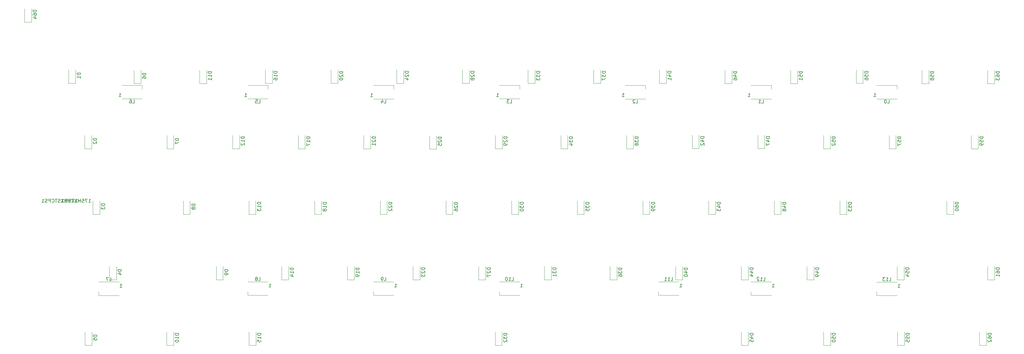
<source format=gbr>
%TF.GenerationSoftware,KiCad,Pcbnew,(5.1.6)-1*%
%TF.CreationDate,2020-08-21T19:03:26+07:00*%
%TF.ProjectId,Pill60,50696c6c-3630-42e6-9b69-6361645f7063,rev?*%
%TF.SameCoordinates,Original*%
%TF.FileFunction,Legend,Bot*%
%TF.FilePolarity,Positive*%
%FSLAX46Y46*%
G04 Gerber Fmt 4.6, Leading zero omitted, Abs format (unit mm)*
G04 Created by KiCad (PCBNEW (5.1.6)-1) date 2020-08-21 19:03:26*
%MOMM*%
%LPD*%
G01*
G04 APERTURE LIST*
%ADD10C,0.120000*%
%ADD11C,0.150000*%
G04 APERTURE END LIST*
D10*
%TO.C,L7*%
X86290000Y-159975000D02*
X80390000Y-159975000D01*
X86290000Y-163875000D02*
X80390000Y-163875000D01*
X80390000Y-163875000D02*
X80390000Y-162800000D01*
%TO.C,L6*%
X87130000Y-106715000D02*
X93030000Y-106715000D01*
X87130000Y-102815000D02*
X93030000Y-102815000D01*
X93030000Y-102815000D02*
X93030000Y-103890000D01*
%TO.C,L5*%
X123630000Y-106715000D02*
X129530000Y-106715000D01*
X123630000Y-102815000D02*
X129530000Y-102815000D01*
X129530000Y-102815000D02*
X129530000Y-103890000D01*
%TO.C,L4*%
X160120000Y-106725000D02*
X166020000Y-106725000D01*
X160120000Y-102825000D02*
X166020000Y-102825000D01*
X166020000Y-102825000D02*
X166020000Y-103900000D01*
%TO.C,L3*%
X196640000Y-106715000D02*
X202540000Y-106715000D01*
X196640000Y-102815000D02*
X202540000Y-102815000D01*
X202540000Y-102815000D02*
X202540000Y-103890000D01*
%TO.C,L2*%
X233130000Y-106725000D02*
X239030000Y-106725000D01*
X233130000Y-102825000D02*
X239030000Y-102825000D01*
X239030000Y-102825000D02*
X239030000Y-103900000D01*
%TO.C,L1*%
X269630000Y-106725000D02*
X275530000Y-106725000D01*
X269630000Y-102825000D02*
X275530000Y-102825000D01*
X275530000Y-102825000D02*
X275530000Y-103900000D01*
%TO.C,L0*%
X306120000Y-106725000D02*
X312020000Y-106725000D01*
X306120000Y-102825000D02*
X312020000Y-102825000D01*
X312020000Y-102825000D02*
X312020000Y-103900000D01*
%TO.C,L13*%
X312030000Y-159995000D02*
X306130000Y-159995000D01*
X312030000Y-163895000D02*
X306130000Y-163895000D01*
X306130000Y-163895000D02*
X306130000Y-162820000D01*
%TO.C,L12*%
X275530000Y-159965000D02*
X269630000Y-159965000D01*
X275530000Y-163865000D02*
X269630000Y-163865000D01*
X269630000Y-163865000D02*
X269630000Y-162790000D01*
%TO.C,L11*%
X248710000Y-159965000D02*
X242810000Y-159965000D01*
X248710000Y-163865000D02*
X242810000Y-163865000D01*
X242810000Y-163865000D02*
X242810000Y-162790000D01*
%TO.C,L10*%
X202530000Y-159965000D02*
X196630000Y-159965000D01*
X202530000Y-163865000D02*
X196630000Y-163865000D01*
X196630000Y-163865000D02*
X196630000Y-162790000D01*
%TO.C,L9*%
X166020000Y-159965000D02*
X160120000Y-159965000D01*
X166020000Y-163865000D02*
X160120000Y-163865000D01*
X160120000Y-163865000D02*
X160120000Y-162790000D01*
%TO.C,L8*%
X129540000Y-159965000D02*
X123640000Y-159965000D01*
X129540000Y-163865000D02*
X123640000Y-163865000D01*
X123640000Y-163865000D02*
X123640000Y-162790000D01*
%TO.C,D64*%
X60910000Y-84400000D02*
X60910000Y-80500000D01*
X58910000Y-84400000D02*
X58910000Y-80500000D01*
X60910000Y-84400000D02*
X58910000Y-84400000D01*
%TO.C,D63*%
X340290000Y-102240000D02*
X340290000Y-98340000D01*
X338290000Y-102240000D02*
X338290000Y-98340000D01*
X340290000Y-102240000D02*
X338290000Y-102240000D01*
%TO.C,D62*%
X337930000Y-178400000D02*
X337930000Y-174500000D01*
X335930000Y-178400000D02*
X335930000Y-174500000D01*
X337930000Y-178400000D02*
X335930000Y-178400000D01*
%TO.C,D61*%
X340300000Y-159350000D02*
X340300000Y-155450000D01*
X338300000Y-159350000D02*
X338300000Y-155450000D01*
X340300000Y-159350000D02*
X338300000Y-159350000D01*
%TO.C,D60*%
X328400000Y-140260000D02*
X328400000Y-136360000D01*
X326400000Y-140260000D02*
X326400000Y-136360000D01*
X328400000Y-140260000D02*
X326400000Y-140260000D01*
%TO.C,D59*%
X335550000Y-121210000D02*
X335550000Y-117310000D01*
X333550000Y-121210000D02*
X333550000Y-117310000D01*
X335550000Y-121210000D02*
X333550000Y-121210000D01*
%TO.C,D58*%
X321260000Y-102240000D02*
X321260000Y-98340000D01*
X319260000Y-102240000D02*
X319260000Y-98340000D01*
X321260000Y-102240000D02*
X319260000Y-102240000D01*
%TO.C,D57*%
X311730000Y-121210000D02*
X311730000Y-117310000D01*
X309730000Y-121210000D02*
X309730000Y-117310000D01*
X311730000Y-121210000D02*
X309730000Y-121210000D01*
%TO.C,D56*%
X302170000Y-102210000D02*
X302170000Y-98310000D01*
X300170000Y-102210000D02*
X300170000Y-98310000D01*
X302170000Y-102210000D02*
X300170000Y-102210000D01*
%TO.C,D55*%
X314130000Y-178410000D02*
X314130000Y-174510000D01*
X312130000Y-178410000D02*
X312130000Y-174510000D01*
X314130000Y-178410000D02*
X312130000Y-178410000D01*
%TO.C,D54*%
X314080000Y-159350000D02*
X314080000Y-155450000D01*
X312080000Y-159350000D02*
X312080000Y-155450000D01*
X314080000Y-159350000D02*
X312080000Y-159350000D01*
%TO.C,D53*%
X297420000Y-140310000D02*
X297420000Y-136410000D01*
X295420000Y-140310000D02*
X295420000Y-136410000D01*
X297420000Y-140310000D02*
X295420000Y-140310000D01*
%TO.C,D52*%
X292670000Y-121230000D02*
X292670000Y-117330000D01*
X290670000Y-121230000D02*
X290670000Y-117330000D01*
X292670000Y-121230000D02*
X290670000Y-121230000D01*
%TO.C,D51*%
X283150000Y-102240000D02*
X283150000Y-98340000D01*
X281150000Y-102240000D02*
X281150000Y-98340000D01*
X283150000Y-102240000D02*
X281150000Y-102240000D01*
%TO.C,D50*%
X292700000Y-178410000D02*
X292700000Y-174510000D01*
X290700000Y-178410000D02*
X290700000Y-174510000D01*
X292700000Y-178410000D02*
X290700000Y-178410000D01*
%TO.C,D49*%
X287890000Y-159360000D02*
X287890000Y-155460000D01*
X285890000Y-159360000D02*
X285890000Y-155460000D01*
X287890000Y-159360000D02*
X285890000Y-159360000D01*
%TO.C,D48*%
X278370000Y-140310000D02*
X278370000Y-136410000D01*
X276370000Y-140310000D02*
X276370000Y-136410000D01*
X278370000Y-140310000D02*
X276370000Y-140310000D01*
%TO.C,D47*%
X273620000Y-121190000D02*
X273620000Y-117290000D01*
X271620000Y-121190000D02*
X271620000Y-117290000D01*
X273620000Y-121190000D02*
X271620000Y-121190000D01*
%TO.C,D46*%
X264090000Y-102240000D02*
X264090000Y-98340000D01*
X262090000Y-102240000D02*
X262090000Y-98340000D01*
X264090000Y-102240000D02*
X262090000Y-102240000D01*
%TO.C,D45*%
X268870000Y-178400000D02*
X268870000Y-174500000D01*
X266870000Y-178400000D02*
X266870000Y-174500000D01*
X268870000Y-178400000D02*
X266870000Y-178400000D01*
%TO.C,D44*%
X268840000Y-159360000D02*
X268840000Y-155460000D01*
X266840000Y-159360000D02*
X266840000Y-155460000D01*
X268840000Y-159360000D02*
X266840000Y-159360000D01*
%TO.C,D43*%
X259350000Y-140280000D02*
X259350000Y-136380000D01*
X257350000Y-140280000D02*
X257350000Y-136380000D01*
X259350000Y-140280000D02*
X257350000Y-140280000D01*
%TO.C,D42*%
X254590000Y-121190000D02*
X254590000Y-117290000D01*
X252590000Y-121190000D02*
X252590000Y-117290000D01*
X254590000Y-121190000D02*
X252590000Y-121190000D01*
%TO.C,D41*%
X245030000Y-102210000D02*
X245030000Y-98310000D01*
X243030000Y-102210000D02*
X243030000Y-98310000D01*
X245030000Y-102210000D02*
X243030000Y-102210000D01*
%TO.C,D40*%
X249810000Y-159380000D02*
X249810000Y-155480000D01*
X247810000Y-159380000D02*
X247810000Y-155480000D01*
X249810000Y-159380000D02*
X247810000Y-159380000D01*
%TO.C,D39*%
X240280000Y-140270000D02*
X240280000Y-136370000D01*
X238280000Y-140270000D02*
X238280000Y-136370000D01*
X240280000Y-140270000D02*
X238280000Y-140270000D01*
%TO.C,D38*%
X235530000Y-121210000D02*
X235530000Y-117310000D01*
X233530000Y-121210000D02*
X233530000Y-117310000D01*
X235530000Y-121210000D02*
X233530000Y-121210000D01*
%TO.C,D37*%
X225990000Y-102210000D02*
X225990000Y-98310000D01*
X223990000Y-102210000D02*
X223990000Y-98310000D01*
X225990000Y-102210000D02*
X223990000Y-102210000D01*
%TO.C,D36*%
X230750000Y-159380000D02*
X230750000Y-155480000D01*
X228750000Y-159380000D02*
X228750000Y-155480000D01*
X230750000Y-159380000D02*
X228750000Y-159380000D01*
%TO.C,D35*%
X221230000Y-140300000D02*
X221230000Y-136400000D01*
X219230000Y-140300000D02*
X219230000Y-136400000D01*
X221230000Y-140300000D02*
X219230000Y-140300000D01*
%TO.C,D34*%
X216480000Y-121250000D02*
X216480000Y-117350000D01*
X214480000Y-121250000D02*
X214480000Y-117350000D01*
X216480000Y-121250000D02*
X214480000Y-121250000D01*
%TO.C,D33*%
X206940000Y-102220000D02*
X206940000Y-98320000D01*
X204940000Y-102220000D02*
X204940000Y-98320000D01*
X206940000Y-102220000D02*
X204940000Y-102220000D01*
%TO.C,D32*%
X197430000Y-178410000D02*
X197430000Y-174510000D01*
X195430000Y-178410000D02*
X195430000Y-174510000D01*
X197430000Y-178410000D02*
X195430000Y-178410000D01*
%TO.C,D31*%
X211690000Y-159340000D02*
X211690000Y-155440000D01*
X209690000Y-159340000D02*
X209690000Y-155440000D01*
X211690000Y-159340000D02*
X209690000Y-159340000D01*
%TO.C,D30*%
X202190000Y-140320000D02*
X202190000Y-136420000D01*
X200190000Y-140320000D02*
X200190000Y-136420000D01*
X202190000Y-140320000D02*
X200190000Y-140320000D01*
%TO.C,D29*%
X197450000Y-121230000D02*
X197450000Y-117330000D01*
X195450000Y-121230000D02*
X195450000Y-117330000D01*
X197450000Y-121230000D02*
X195450000Y-121230000D01*
%TO.C,D28*%
X187900000Y-102220000D02*
X187900000Y-98320000D01*
X185900000Y-102220000D02*
X185900000Y-98320000D01*
X187900000Y-102220000D02*
X185900000Y-102220000D01*
%TO.C,D27*%
X192650000Y-159360000D02*
X192650000Y-155460000D01*
X190650000Y-159360000D02*
X190650000Y-155460000D01*
X192650000Y-159360000D02*
X190650000Y-159360000D01*
%TO.C,D26*%
X183120000Y-140330000D02*
X183120000Y-136430000D01*
X181120000Y-140330000D02*
X181120000Y-136430000D01*
X183120000Y-140330000D02*
X181120000Y-140330000D01*
%TO.C,D25*%
X178390000Y-121300000D02*
X178390000Y-117400000D01*
X176390000Y-121300000D02*
X176390000Y-117400000D01*
X178390000Y-121300000D02*
X176390000Y-121300000D01*
%TO.C,D24*%
X168840000Y-102200000D02*
X168840000Y-98300000D01*
X166840000Y-102200000D02*
X166840000Y-98300000D01*
X168840000Y-102200000D02*
X166840000Y-102200000D01*
%TO.C,D23*%
X173590000Y-159360000D02*
X173590000Y-155460000D01*
X171590000Y-159360000D02*
X171590000Y-155460000D01*
X173590000Y-159360000D02*
X171590000Y-159360000D01*
%TO.C,D22*%
X164070000Y-140280000D02*
X164070000Y-136380000D01*
X162070000Y-140280000D02*
X162070000Y-136380000D01*
X164070000Y-140280000D02*
X162070000Y-140280000D01*
%TO.C,D21*%
X159310000Y-121210000D02*
X159310000Y-117310000D01*
X157310000Y-121210000D02*
X157310000Y-117310000D01*
X159310000Y-121210000D02*
X157310000Y-121210000D01*
%TO.C,D20*%
X149800000Y-102230000D02*
X149800000Y-98330000D01*
X147800000Y-102230000D02*
X147800000Y-98330000D01*
X149800000Y-102230000D02*
X147800000Y-102230000D01*
%TO.C,D19*%
X154540000Y-159380000D02*
X154540000Y-155480000D01*
X152540000Y-159380000D02*
X152540000Y-155480000D01*
X154540000Y-159380000D02*
X152540000Y-159380000D01*
%TO.C,D18*%
X145030000Y-140320000D02*
X145030000Y-136420000D01*
X143030000Y-140320000D02*
X143030000Y-136420000D01*
X145030000Y-140320000D02*
X143030000Y-140320000D01*
%TO.C,D17*%
X140280000Y-121230000D02*
X140280000Y-117330000D01*
X138280000Y-121230000D02*
X138280000Y-117330000D01*
X140280000Y-121230000D02*
X138280000Y-121230000D01*
%TO.C,D16*%
X130740000Y-102220000D02*
X130740000Y-98320000D01*
X128740000Y-102220000D02*
X128740000Y-98320000D01*
X130740000Y-102220000D02*
X128740000Y-102220000D01*
%TO.C,D15*%
X125990000Y-178420000D02*
X125990000Y-174520000D01*
X123990000Y-178420000D02*
X123990000Y-174520000D01*
X125990000Y-178420000D02*
X123990000Y-178420000D01*
%TO.C,D14*%
X135510000Y-159380000D02*
X135510000Y-155480000D01*
X133510000Y-159380000D02*
X133510000Y-155480000D01*
X135510000Y-159380000D02*
X133510000Y-159380000D01*
%TO.C,D13*%
X125980000Y-140270000D02*
X125980000Y-136370000D01*
X123980000Y-140270000D02*
X123980000Y-136370000D01*
X125980000Y-140270000D02*
X123980000Y-140270000D01*
%TO.C,D12*%
X121250000Y-121210000D02*
X121250000Y-117310000D01*
X119250000Y-121210000D02*
X119250000Y-117310000D01*
X121250000Y-121210000D02*
X119250000Y-121210000D01*
%TO.C,D11*%
X111680000Y-102250000D02*
X111680000Y-98350000D01*
X109680000Y-102250000D02*
X109680000Y-98350000D01*
X111680000Y-102250000D02*
X109680000Y-102250000D01*
%TO.C,D10*%
X102160000Y-178420000D02*
X102160000Y-174520000D01*
X100160000Y-178420000D02*
X100160000Y-174520000D01*
X102160000Y-178420000D02*
X100160000Y-178420000D01*
%TO.C,D9*%
X116480000Y-159350000D02*
X116480000Y-155450000D01*
X114480000Y-159350000D02*
X114480000Y-155450000D01*
X116480000Y-159350000D02*
X114480000Y-159350000D01*
%TO.C,D8*%
X106930000Y-140280000D02*
X106930000Y-136380000D01*
X104930000Y-140280000D02*
X104930000Y-136380000D01*
X106930000Y-140280000D02*
X104930000Y-140280000D01*
%TO.C,D7*%
X102170000Y-121250000D02*
X102170000Y-117350000D01*
X100170000Y-121250000D02*
X100170000Y-117350000D01*
X102170000Y-121250000D02*
X100170000Y-121250000D01*
%TO.C,D6*%
X92650000Y-102270000D02*
X92650000Y-98370000D01*
X90650000Y-102270000D02*
X90650000Y-98370000D01*
X92650000Y-102270000D02*
X90650000Y-102270000D01*
%TO.C,D5*%
X78410000Y-178420000D02*
X78410000Y-174520000D01*
X76410000Y-178420000D02*
X76410000Y-174520000D01*
X78410000Y-178420000D02*
X76410000Y-178420000D01*
%TO.C,D4*%
X85520000Y-159360000D02*
X85520000Y-155460000D01*
X83520000Y-159360000D02*
X83520000Y-155460000D01*
X85520000Y-159360000D02*
X83520000Y-159360000D01*
%TO.C,D3*%
X80730000Y-140270000D02*
X80730000Y-136370000D01*
X78730000Y-140270000D02*
X78730000Y-136370000D01*
X80730000Y-140270000D02*
X78730000Y-140270000D01*
%TO.C,D2*%
X78370000Y-121230000D02*
X78370000Y-117330000D01*
X76370000Y-121230000D02*
X76370000Y-117330000D01*
X78370000Y-121230000D02*
X76370000Y-121230000D01*
%TO.C,D1*%
X73700000Y-102190000D02*
X73700000Y-98290000D01*
X71700000Y-102190000D02*
X71700000Y-98290000D01*
X73700000Y-102190000D02*
X71700000Y-102190000D01*
%TO.C,L7*%
D11*
X83506666Y-159627380D02*
X83982857Y-159627380D01*
X83982857Y-158627380D01*
X83268571Y-158627380D02*
X82601904Y-158627380D01*
X83030476Y-159627380D01*
X86554285Y-161502380D02*
X87125714Y-161502380D01*
X86840000Y-161502380D02*
X86840000Y-160502380D01*
X86935238Y-160645238D01*
X87030476Y-160740476D01*
X87125714Y-160788095D01*
%TO.C,L6*%
X90246666Y-107967380D02*
X90722857Y-107967380D01*
X90722857Y-106967380D01*
X89484761Y-106967380D02*
X89675238Y-106967380D01*
X89770476Y-107015000D01*
X89818095Y-107062619D01*
X89913333Y-107205476D01*
X89960952Y-107395952D01*
X89960952Y-107776904D01*
X89913333Y-107872142D01*
X89865714Y-107919761D01*
X89770476Y-107967380D01*
X89580000Y-107967380D01*
X89484761Y-107919761D01*
X89437142Y-107872142D01*
X89389523Y-107776904D01*
X89389523Y-107538809D01*
X89437142Y-107443571D01*
X89484761Y-107395952D01*
X89580000Y-107348333D01*
X89770476Y-107348333D01*
X89865714Y-107395952D01*
X89913333Y-107443571D01*
X89960952Y-107538809D01*
X86294285Y-106092380D02*
X86865714Y-106092380D01*
X86580000Y-106092380D02*
X86580000Y-105092380D01*
X86675238Y-105235238D01*
X86770476Y-105330476D01*
X86865714Y-105378095D01*
%TO.C,L5*%
X126746666Y-107967380D02*
X127222857Y-107967380D01*
X127222857Y-106967380D01*
X125937142Y-106967380D02*
X126413333Y-106967380D01*
X126460952Y-107443571D01*
X126413333Y-107395952D01*
X126318095Y-107348333D01*
X126080000Y-107348333D01*
X125984761Y-107395952D01*
X125937142Y-107443571D01*
X125889523Y-107538809D01*
X125889523Y-107776904D01*
X125937142Y-107872142D01*
X125984761Y-107919761D01*
X126080000Y-107967380D01*
X126318095Y-107967380D01*
X126413333Y-107919761D01*
X126460952Y-107872142D01*
X122794285Y-106092380D02*
X123365714Y-106092380D01*
X123080000Y-106092380D02*
X123080000Y-105092380D01*
X123175238Y-105235238D01*
X123270476Y-105330476D01*
X123365714Y-105378095D01*
%TO.C,L4*%
X163236666Y-107977380D02*
X163712857Y-107977380D01*
X163712857Y-106977380D01*
X162474761Y-107310714D02*
X162474761Y-107977380D01*
X162712857Y-106929761D02*
X162950952Y-107644047D01*
X162331904Y-107644047D01*
X159284285Y-106102380D02*
X159855714Y-106102380D01*
X159570000Y-106102380D02*
X159570000Y-105102380D01*
X159665238Y-105245238D01*
X159760476Y-105340476D01*
X159855714Y-105388095D01*
%TO.C,L3*%
X199756666Y-107967380D02*
X200232857Y-107967380D01*
X200232857Y-106967380D01*
X199518571Y-106967380D02*
X198899523Y-106967380D01*
X199232857Y-107348333D01*
X199090000Y-107348333D01*
X198994761Y-107395952D01*
X198947142Y-107443571D01*
X198899523Y-107538809D01*
X198899523Y-107776904D01*
X198947142Y-107872142D01*
X198994761Y-107919761D01*
X199090000Y-107967380D01*
X199375714Y-107967380D01*
X199470952Y-107919761D01*
X199518571Y-107872142D01*
X195804285Y-106092380D02*
X196375714Y-106092380D01*
X196090000Y-106092380D02*
X196090000Y-105092380D01*
X196185238Y-105235238D01*
X196280476Y-105330476D01*
X196375714Y-105378095D01*
%TO.C,L2*%
X236246666Y-107977380D02*
X236722857Y-107977380D01*
X236722857Y-106977380D01*
X235960952Y-107072619D02*
X235913333Y-107025000D01*
X235818095Y-106977380D01*
X235580000Y-106977380D01*
X235484761Y-107025000D01*
X235437142Y-107072619D01*
X235389523Y-107167857D01*
X235389523Y-107263095D01*
X235437142Y-107405952D01*
X236008571Y-107977380D01*
X235389523Y-107977380D01*
X232294285Y-106102380D02*
X232865714Y-106102380D01*
X232580000Y-106102380D02*
X232580000Y-105102380D01*
X232675238Y-105245238D01*
X232770476Y-105340476D01*
X232865714Y-105388095D01*
%TO.C,L1*%
X272746666Y-107977380D02*
X273222857Y-107977380D01*
X273222857Y-106977380D01*
X271889523Y-107977380D02*
X272460952Y-107977380D01*
X272175238Y-107977380D02*
X272175238Y-106977380D01*
X272270476Y-107120238D01*
X272365714Y-107215476D01*
X272460952Y-107263095D01*
X268794285Y-106102380D02*
X269365714Y-106102380D01*
X269080000Y-106102380D02*
X269080000Y-105102380D01*
X269175238Y-105245238D01*
X269270476Y-105340476D01*
X269365714Y-105388095D01*
%TO.C,L0*%
X309236666Y-107977380D02*
X309712857Y-107977380D01*
X309712857Y-106977380D01*
X308712857Y-106977380D02*
X308617619Y-106977380D01*
X308522380Y-107025000D01*
X308474761Y-107072619D01*
X308427142Y-107167857D01*
X308379523Y-107358333D01*
X308379523Y-107596428D01*
X308427142Y-107786904D01*
X308474761Y-107882142D01*
X308522380Y-107929761D01*
X308617619Y-107977380D01*
X308712857Y-107977380D01*
X308808095Y-107929761D01*
X308855714Y-107882142D01*
X308903333Y-107786904D01*
X308950952Y-107596428D01*
X308950952Y-107358333D01*
X308903333Y-107167857D01*
X308855714Y-107072619D01*
X308808095Y-107025000D01*
X308712857Y-106977380D01*
X305284285Y-106102380D02*
X305855714Y-106102380D01*
X305570000Y-106102380D02*
X305570000Y-105102380D01*
X305665238Y-105245238D01*
X305760476Y-105340476D01*
X305855714Y-105388095D01*
%TO.C,L13*%
X309722857Y-159647380D02*
X310199047Y-159647380D01*
X310199047Y-158647380D01*
X308865714Y-159647380D02*
X309437142Y-159647380D01*
X309151428Y-159647380D02*
X309151428Y-158647380D01*
X309246666Y-158790238D01*
X309341904Y-158885476D01*
X309437142Y-158933095D01*
X308532380Y-158647380D02*
X307913333Y-158647380D01*
X308246666Y-159028333D01*
X308103809Y-159028333D01*
X308008571Y-159075952D01*
X307960952Y-159123571D01*
X307913333Y-159218809D01*
X307913333Y-159456904D01*
X307960952Y-159552142D01*
X308008571Y-159599761D01*
X308103809Y-159647380D01*
X308389523Y-159647380D01*
X308484761Y-159599761D01*
X308532380Y-159552142D01*
X312294285Y-161522380D02*
X312865714Y-161522380D01*
X312580000Y-161522380D02*
X312580000Y-160522380D01*
X312675238Y-160665238D01*
X312770476Y-160760476D01*
X312865714Y-160808095D01*
%TO.C,L12*%
X273222857Y-159617380D02*
X273699047Y-159617380D01*
X273699047Y-158617380D01*
X272365714Y-159617380D02*
X272937142Y-159617380D01*
X272651428Y-159617380D02*
X272651428Y-158617380D01*
X272746666Y-158760238D01*
X272841904Y-158855476D01*
X272937142Y-158903095D01*
X271984761Y-158712619D02*
X271937142Y-158665000D01*
X271841904Y-158617380D01*
X271603809Y-158617380D01*
X271508571Y-158665000D01*
X271460952Y-158712619D01*
X271413333Y-158807857D01*
X271413333Y-158903095D01*
X271460952Y-159045952D01*
X272032380Y-159617380D01*
X271413333Y-159617380D01*
X275794285Y-161492380D02*
X276365714Y-161492380D01*
X276080000Y-161492380D02*
X276080000Y-160492380D01*
X276175238Y-160635238D01*
X276270476Y-160730476D01*
X276365714Y-160778095D01*
%TO.C,L11*%
X246402857Y-159617380D02*
X246879047Y-159617380D01*
X246879047Y-158617380D01*
X245545714Y-159617380D02*
X246117142Y-159617380D01*
X245831428Y-159617380D02*
X245831428Y-158617380D01*
X245926666Y-158760238D01*
X246021904Y-158855476D01*
X246117142Y-158903095D01*
X244593333Y-159617380D02*
X245164761Y-159617380D01*
X244879047Y-159617380D02*
X244879047Y-158617380D01*
X244974285Y-158760238D01*
X245069523Y-158855476D01*
X245164761Y-158903095D01*
X248974285Y-161492380D02*
X249545714Y-161492380D01*
X249260000Y-161492380D02*
X249260000Y-160492380D01*
X249355238Y-160635238D01*
X249450476Y-160730476D01*
X249545714Y-160778095D01*
%TO.C,L10*%
X200222857Y-159617380D02*
X200699047Y-159617380D01*
X200699047Y-158617380D01*
X199365714Y-159617380D02*
X199937142Y-159617380D01*
X199651428Y-159617380D02*
X199651428Y-158617380D01*
X199746666Y-158760238D01*
X199841904Y-158855476D01*
X199937142Y-158903095D01*
X198746666Y-158617380D02*
X198651428Y-158617380D01*
X198556190Y-158665000D01*
X198508571Y-158712619D01*
X198460952Y-158807857D01*
X198413333Y-158998333D01*
X198413333Y-159236428D01*
X198460952Y-159426904D01*
X198508571Y-159522142D01*
X198556190Y-159569761D01*
X198651428Y-159617380D01*
X198746666Y-159617380D01*
X198841904Y-159569761D01*
X198889523Y-159522142D01*
X198937142Y-159426904D01*
X198984761Y-159236428D01*
X198984761Y-158998333D01*
X198937142Y-158807857D01*
X198889523Y-158712619D01*
X198841904Y-158665000D01*
X198746666Y-158617380D01*
X202794285Y-161492380D02*
X203365714Y-161492380D01*
X203080000Y-161492380D02*
X203080000Y-160492380D01*
X203175238Y-160635238D01*
X203270476Y-160730476D01*
X203365714Y-160778095D01*
%TO.C,L9*%
X163236666Y-159617380D02*
X163712857Y-159617380D01*
X163712857Y-158617380D01*
X162855714Y-159617380D02*
X162665238Y-159617380D01*
X162570000Y-159569761D01*
X162522380Y-159522142D01*
X162427142Y-159379285D01*
X162379523Y-159188809D01*
X162379523Y-158807857D01*
X162427142Y-158712619D01*
X162474761Y-158665000D01*
X162570000Y-158617380D01*
X162760476Y-158617380D01*
X162855714Y-158665000D01*
X162903333Y-158712619D01*
X162950952Y-158807857D01*
X162950952Y-159045952D01*
X162903333Y-159141190D01*
X162855714Y-159188809D01*
X162760476Y-159236428D01*
X162570000Y-159236428D01*
X162474761Y-159188809D01*
X162427142Y-159141190D01*
X162379523Y-159045952D01*
X166284285Y-161492380D02*
X166855714Y-161492380D01*
X166570000Y-161492380D02*
X166570000Y-160492380D01*
X166665238Y-160635238D01*
X166760476Y-160730476D01*
X166855714Y-160778095D01*
%TO.C,L8*%
X126756666Y-159617380D02*
X127232857Y-159617380D01*
X127232857Y-158617380D01*
X126280476Y-159045952D02*
X126375714Y-158998333D01*
X126423333Y-158950714D01*
X126470952Y-158855476D01*
X126470952Y-158807857D01*
X126423333Y-158712619D01*
X126375714Y-158665000D01*
X126280476Y-158617380D01*
X126090000Y-158617380D01*
X125994761Y-158665000D01*
X125947142Y-158712619D01*
X125899523Y-158807857D01*
X125899523Y-158855476D01*
X125947142Y-158950714D01*
X125994761Y-158998333D01*
X126090000Y-159045952D01*
X126280476Y-159045952D01*
X126375714Y-159093571D01*
X126423333Y-159141190D01*
X126470952Y-159236428D01*
X126470952Y-159426904D01*
X126423333Y-159522142D01*
X126375714Y-159569761D01*
X126280476Y-159617380D01*
X126090000Y-159617380D01*
X125994761Y-159569761D01*
X125947142Y-159522142D01*
X125899523Y-159426904D01*
X125899523Y-159236428D01*
X125947142Y-159141190D01*
X125994761Y-159093571D01*
X126090000Y-159045952D01*
X129804285Y-161492380D02*
X130375714Y-161492380D01*
X130090000Y-161492380D02*
X130090000Y-160492380D01*
X130185238Y-160635238D01*
X130280476Y-160730476D01*
X130375714Y-160778095D01*
%TO.C,D64*%
X62362380Y-80935714D02*
X61362380Y-80935714D01*
X61362380Y-81173809D01*
X61410000Y-81316666D01*
X61505238Y-81411904D01*
X61600476Y-81459523D01*
X61790952Y-81507142D01*
X61933809Y-81507142D01*
X62124285Y-81459523D01*
X62219523Y-81411904D01*
X62314761Y-81316666D01*
X62362380Y-81173809D01*
X62362380Y-80935714D01*
X61362380Y-82364285D02*
X61362380Y-82173809D01*
X61410000Y-82078571D01*
X61457619Y-82030952D01*
X61600476Y-81935714D01*
X61790952Y-81888095D01*
X62171904Y-81888095D01*
X62267142Y-81935714D01*
X62314761Y-81983333D01*
X62362380Y-82078571D01*
X62362380Y-82269047D01*
X62314761Y-82364285D01*
X62267142Y-82411904D01*
X62171904Y-82459523D01*
X61933809Y-82459523D01*
X61838571Y-82411904D01*
X61790952Y-82364285D01*
X61743333Y-82269047D01*
X61743333Y-82078571D01*
X61790952Y-81983333D01*
X61838571Y-81935714D01*
X61933809Y-81888095D01*
X61695714Y-83316666D02*
X62362380Y-83316666D01*
X61314761Y-83078571D02*
X62029047Y-82840476D01*
X62029047Y-83459523D01*
%TO.C,D63*%
X341742380Y-98775714D02*
X340742380Y-98775714D01*
X340742380Y-99013809D01*
X340790000Y-99156666D01*
X340885238Y-99251904D01*
X340980476Y-99299523D01*
X341170952Y-99347142D01*
X341313809Y-99347142D01*
X341504285Y-99299523D01*
X341599523Y-99251904D01*
X341694761Y-99156666D01*
X341742380Y-99013809D01*
X341742380Y-98775714D01*
X340742380Y-100204285D02*
X340742380Y-100013809D01*
X340790000Y-99918571D01*
X340837619Y-99870952D01*
X340980476Y-99775714D01*
X341170952Y-99728095D01*
X341551904Y-99728095D01*
X341647142Y-99775714D01*
X341694761Y-99823333D01*
X341742380Y-99918571D01*
X341742380Y-100109047D01*
X341694761Y-100204285D01*
X341647142Y-100251904D01*
X341551904Y-100299523D01*
X341313809Y-100299523D01*
X341218571Y-100251904D01*
X341170952Y-100204285D01*
X341123333Y-100109047D01*
X341123333Y-99918571D01*
X341170952Y-99823333D01*
X341218571Y-99775714D01*
X341313809Y-99728095D01*
X340742380Y-100632857D02*
X340742380Y-101251904D01*
X341123333Y-100918571D01*
X341123333Y-101061428D01*
X341170952Y-101156666D01*
X341218571Y-101204285D01*
X341313809Y-101251904D01*
X341551904Y-101251904D01*
X341647142Y-101204285D01*
X341694761Y-101156666D01*
X341742380Y-101061428D01*
X341742380Y-100775714D01*
X341694761Y-100680476D01*
X341647142Y-100632857D01*
%TO.C,D62*%
X339382380Y-174935714D02*
X338382380Y-174935714D01*
X338382380Y-175173809D01*
X338430000Y-175316666D01*
X338525238Y-175411904D01*
X338620476Y-175459523D01*
X338810952Y-175507142D01*
X338953809Y-175507142D01*
X339144285Y-175459523D01*
X339239523Y-175411904D01*
X339334761Y-175316666D01*
X339382380Y-175173809D01*
X339382380Y-174935714D01*
X338382380Y-176364285D02*
X338382380Y-176173809D01*
X338430000Y-176078571D01*
X338477619Y-176030952D01*
X338620476Y-175935714D01*
X338810952Y-175888095D01*
X339191904Y-175888095D01*
X339287142Y-175935714D01*
X339334761Y-175983333D01*
X339382380Y-176078571D01*
X339382380Y-176269047D01*
X339334761Y-176364285D01*
X339287142Y-176411904D01*
X339191904Y-176459523D01*
X338953809Y-176459523D01*
X338858571Y-176411904D01*
X338810952Y-176364285D01*
X338763333Y-176269047D01*
X338763333Y-176078571D01*
X338810952Y-175983333D01*
X338858571Y-175935714D01*
X338953809Y-175888095D01*
X338477619Y-176840476D02*
X338430000Y-176888095D01*
X338382380Y-176983333D01*
X338382380Y-177221428D01*
X338430000Y-177316666D01*
X338477619Y-177364285D01*
X338572857Y-177411904D01*
X338668095Y-177411904D01*
X338810952Y-177364285D01*
X339382380Y-176792857D01*
X339382380Y-177411904D01*
%TO.C,D61*%
X341752380Y-155885714D02*
X340752380Y-155885714D01*
X340752380Y-156123809D01*
X340800000Y-156266666D01*
X340895238Y-156361904D01*
X340990476Y-156409523D01*
X341180952Y-156457142D01*
X341323809Y-156457142D01*
X341514285Y-156409523D01*
X341609523Y-156361904D01*
X341704761Y-156266666D01*
X341752380Y-156123809D01*
X341752380Y-155885714D01*
X340752380Y-157314285D02*
X340752380Y-157123809D01*
X340800000Y-157028571D01*
X340847619Y-156980952D01*
X340990476Y-156885714D01*
X341180952Y-156838095D01*
X341561904Y-156838095D01*
X341657142Y-156885714D01*
X341704761Y-156933333D01*
X341752380Y-157028571D01*
X341752380Y-157219047D01*
X341704761Y-157314285D01*
X341657142Y-157361904D01*
X341561904Y-157409523D01*
X341323809Y-157409523D01*
X341228571Y-157361904D01*
X341180952Y-157314285D01*
X341133333Y-157219047D01*
X341133333Y-157028571D01*
X341180952Y-156933333D01*
X341228571Y-156885714D01*
X341323809Y-156838095D01*
X341752380Y-158361904D02*
X341752380Y-157790476D01*
X341752380Y-158076190D02*
X340752380Y-158076190D01*
X340895238Y-157980952D01*
X340990476Y-157885714D01*
X341038095Y-157790476D01*
%TO.C,D60*%
X329852380Y-136795714D02*
X328852380Y-136795714D01*
X328852380Y-137033809D01*
X328900000Y-137176666D01*
X328995238Y-137271904D01*
X329090476Y-137319523D01*
X329280952Y-137367142D01*
X329423809Y-137367142D01*
X329614285Y-137319523D01*
X329709523Y-137271904D01*
X329804761Y-137176666D01*
X329852380Y-137033809D01*
X329852380Y-136795714D01*
X328852380Y-138224285D02*
X328852380Y-138033809D01*
X328900000Y-137938571D01*
X328947619Y-137890952D01*
X329090476Y-137795714D01*
X329280952Y-137748095D01*
X329661904Y-137748095D01*
X329757142Y-137795714D01*
X329804761Y-137843333D01*
X329852380Y-137938571D01*
X329852380Y-138129047D01*
X329804761Y-138224285D01*
X329757142Y-138271904D01*
X329661904Y-138319523D01*
X329423809Y-138319523D01*
X329328571Y-138271904D01*
X329280952Y-138224285D01*
X329233333Y-138129047D01*
X329233333Y-137938571D01*
X329280952Y-137843333D01*
X329328571Y-137795714D01*
X329423809Y-137748095D01*
X328852380Y-138938571D02*
X328852380Y-139033809D01*
X328900000Y-139129047D01*
X328947619Y-139176666D01*
X329042857Y-139224285D01*
X329233333Y-139271904D01*
X329471428Y-139271904D01*
X329661904Y-139224285D01*
X329757142Y-139176666D01*
X329804761Y-139129047D01*
X329852380Y-139033809D01*
X329852380Y-138938571D01*
X329804761Y-138843333D01*
X329757142Y-138795714D01*
X329661904Y-138748095D01*
X329471428Y-138700476D01*
X329233333Y-138700476D01*
X329042857Y-138748095D01*
X328947619Y-138795714D01*
X328900000Y-138843333D01*
X328852380Y-138938571D01*
%TO.C,D59*%
X337002380Y-117745714D02*
X336002380Y-117745714D01*
X336002380Y-117983809D01*
X336050000Y-118126666D01*
X336145238Y-118221904D01*
X336240476Y-118269523D01*
X336430952Y-118317142D01*
X336573809Y-118317142D01*
X336764285Y-118269523D01*
X336859523Y-118221904D01*
X336954761Y-118126666D01*
X337002380Y-117983809D01*
X337002380Y-117745714D01*
X336002380Y-119221904D02*
X336002380Y-118745714D01*
X336478571Y-118698095D01*
X336430952Y-118745714D01*
X336383333Y-118840952D01*
X336383333Y-119079047D01*
X336430952Y-119174285D01*
X336478571Y-119221904D01*
X336573809Y-119269523D01*
X336811904Y-119269523D01*
X336907142Y-119221904D01*
X336954761Y-119174285D01*
X337002380Y-119079047D01*
X337002380Y-118840952D01*
X336954761Y-118745714D01*
X336907142Y-118698095D01*
X337002380Y-119745714D02*
X337002380Y-119936190D01*
X336954761Y-120031428D01*
X336907142Y-120079047D01*
X336764285Y-120174285D01*
X336573809Y-120221904D01*
X336192857Y-120221904D01*
X336097619Y-120174285D01*
X336050000Y-120126666D01*
X336002380Y-120031428D01*
X336002380Y-119840952D01*
X336050000Y-119745714D01*
X336097619Y-119698095D01*
X336192857Y-119650476D01*
X336430952Y-119650476D01*
X336526190Y-119698095D01*
X336573809Y-119745714D01*
X336621428Y-119840952D01*
X336621428Y-120031428D01*
X336573809Y-120126666D01*
X336526190Y-120174285D01*
X336430952Y-120221904D01*
%TO.C,D58*%
X322712380Y-98775714D02*
X321712380Y-98775714D01*
X321712380Y-99013809D01*
X321760000Y-99156666D01*
X321855238Y-99251904D01*
X321950476Y-99299523D01*
X322140952Y-99347142D01*
X322283809Y-99347142D01*
X322474285Y-99299523D01*
X322569523Y-99251904D01*
X322664761Y-99156666D01*
X322712380Y-99013809D01*
X322712380Y-98775714D01*
X321712380Y-100251904D02*
X321712380Y-99775714D01*
X322188571Y-99728095D01*
X322140952Y-99775714D01*
X322093333Y-99870952D01*
X322093333Y-100109047D01*
X322140952Y-100204285D01*
X322188571Y-100251904D01*
X322283809Y-100299523D01*
X322521904Y-100299523D01*
X322617142Y-100251904D01*
X322664761Y-100204285D01*
X322712380Y-100109047D01*
X322712380Y-99870952D01*
X322664761Y-99775714D01*
X322617142Y-99728095D01*
X322140952Y-100870952D02*
X322093333Y-100775714D01*
X322045714Y-100728095D01*
X321950476Y-100680476D01*
X321902857Y-100680476D01*
X321807619Y-100728095D01*
X321760000Y-100775714D01*
X321712380Y-100870952D01*
X321712380Y-101061428D01*
X321760000Y-101156666D01*
X321807619Y-101204285D01*
X321902857Y-101251904D01*
X321950476Y-101251904D01*
X322045714Y-101204285D01*
X322093333Y-101156666D01*
X322140952Y-101061428D01*
X322140952Y-100870952D01*
X322188571Y-100775714D01*
X322236190Y-100728095D01*
X322331428Y-100680476D01*
X322521904Y-100680476D01*
X322617142Y-100728095D01*
X322664761Y-100775714D01*
X322712380Y-100870952D01*
X322712380Y-101061428D01*
X322664761Y-101156666D01*
X322617142Y-101204285D01*
X322521904Y-101251904D01*
X322331428Y-101251904D01*
X322236190Y-101204285D01*
X322188571Y-101156666D01*
X322140952Y-101061428D01*
%TO.C,D57*%
X313182380Y-117745714D02*
X312182380Y-117745714D01*
X312182380Y-117983809D01*
X312230000Y-118126666D01*
X312325238Y-118221904D01*
X312420476Y-118269523D01*
X312610952Y-118317142D01*
X312753809Y-118317142D01*
X312944285Y-118269523D01*
X313039523Y-118221904D01*
X313134761Y-118126666D01*
X313182380Y-117983809D01*
X313182380Y-117745714D01*
X312182380Y-119221904D02*
X312182380Y-118745714D01*
X312658571Y-118698095D01*
X312610952Y-118745714D01*
X312563333Y-118840952D01*
X312563333Y-119079047D01*
X312610952Y-119174285D01*
X312658571Y-119221904D01*
X312753809Y-119269523D01*
X312991904Y-119269523D01*
X313087142Y-119221904D01*
X313134761Y-119174285D01*
X313182380Y-119079047D01*
X313182380Y-118840952D01*
X313134761Y-118745714D01*
X313087142Y-118698095D01*
X312182380Y-119602857D02*
X312182380Y-120269523D01*
X313182380Y-119840952D01*
%TO.C,D56*%
X303622380Y-98745714D02*
X302622380Y-98745714D01*
X302622380Y-98983809D01*
X302670000Y-99126666D01*
X302765238Y-99221904D01*
X302860476Y-99269523D01*
X303050952Y-99317142D01*
X303193809Y-99317142D01*
X303384285Y-99269523D01*
X303479523Y-99221904D01*
X303574761Y-99126666D01*
X303622380Y-98983809D01*
X303622380Y-98745714D01*
X302622380Y-100221904D02*
X302622380Y-99745714D01*
X303098571Y-99698095D01*
X303050952Y-99745714D01*
X303003333Y-99840952D01*
X303003333Y-100079047D01*
X303050952Y-100174285D01*
X303098571Y-100221904D01*
X303193809Y-100269523D01*
X303431904Y-100269523D01*
X303527142Y-100221904D01*
X303574761Y-100174285D01*
X303622380Y-100079047D01*
X303622380Y-99840952D01*
X303574761Y-99745714D01*
X303527142Y-99698095D01*
X302622380Y-101126666D02*
X302622380Y-100936190D01*
X302670000Y-100840952D01*
X302717619Y-100793333D01*
X302860476Y-100698095D01*
X303050952Y-100650476D01*
X303431904Y-100650476D01*
X303527142Y-100698095D01*
X303574761Y-100745714D01*
X303622380Y-100840952D01*
X303622380Y-101031428D01*
X303574761Y-101126666D01*
X303527142Y-101174285D01*
X303431904Y-101221904D01*
X303193809Y-101221904D01*
X303098571Y-101174285D01*
X303050952Y-101126666D01*
X303003333Y-101031428D01*
X303003333Y-100840952D01*
X303050952Y-100745714D01*
X303098571Y-100698095D01*
X303193809Y-100650476D01*
%TO.C,D55*%
X315582380Y-174945714D02*
X314582380Y-174945714D01*
X314582380Y-175183809D01*
X314630000Y-175326666D01*
X314725238Y-175421904D01*
X314820476Y-175469523D01*
X315010952Y-175517142D01*
X315153809Y-175517142D01*
X315344285Y-175469523D01*
X315439523Y-175421904D01*
X315534761Y-175326666D01*
X315582380Y-175183809D01*
X315582380Y-174945714D01*
X314582380Y-176421904D02*
X314582380Y-175945714D01*
X315058571Y-175898095D01*
X315010952Y-175945714D01*
X314963333Y-176040952D01*
X314963333Y-176279047D01*
X315010952Y-176374285D01*
X315058571Y-176421904D01*
X315153809Y-176469523D01*
X315391904Y-176469523D01*
X315487142Y-176421904D01*
X315534761Y-176374285D01*
X315582380Y-176279047D01*
X315582380Y-176040952D01*
X315534761Y-175945714D01*
X315487142Y-175898095D01*
X314582380Y-177374285D02*
X314582380Y-176898095D01*
X315058571Y-176850476D01*
X315010952Y-176898095D01*
X314963333Y-176993333D01*
X314963333Y-177231428D01*
X315010952Y-177326666D01*
X315058571Y-177374285D01*
X315153809Y-177421904D01*
X315391904Y-177421904D01*
X315487142Y-177374285D01*
X315534761Y-177326666D01*
X315582380Y-177231428D01*
X315582380Y-176993333D01*
X315534761Y-176898095D01*
X315487142Y-176850476D01*
%TO.C,D54*%
X315532380Y-155885714D02*
X314532380Y-155885714D01*
X314532380Y-156123809D01*
X314580000Y-156266666D01*
X314675238Y-156361904D01*
X314770476Y-156409523D01*
X314960952Y-156457142D01*
X315103809Y-156457142D01*
X315294285Y-156409523D01*
X315389523Y-156361904D01*
X315484761Y-156266666D01*
X315532380Y-156123809D01*
X315532380Y-155885714D01*
X314532380Y-157361904D02*
X314532380Y-156885714D01*
X315008571Y-156838095D01*
X314960952Y-156885714D01*
X314913333Y-156980952D01*
X314913333Y-157219047D01*
X314960952Y-157314285D01*
X315008571Y-157361904D01*
X315103809Y-157409523D01*
X315341904Y-157409523D01*
X315437142Y-157361904D01*
X315484761Y-157314285D01*
X315532380Y-157219047D01*
X315532380Y-156980952D01*
X315484761Y-156885714D01*
X315437142Y-156838095D01*
X314865714Y-158266666D02*
X315532380Y-158266666D01*
X314484761Y-158028571D02*
X315199047Y-157790476D01*
X315199047Y-158409523D01*
%TO.C,D53*%
X298872380Y-136845714D02*
X297872380Y-136845714D01*
X297872380Y-137083809D01*
X297920000Y-137226666D01*
X298015238Y-137321904D01*
X298110476Y-137369523D01*
X298300952Y-137417142D01*
X298443809Y-137417142D01*
X298634285Y-137369523D01*
X298729523Y-137321904D01*
X298824761Y-137226666D01*
X298872380Y-137083809D01*
X298872380Y-136845714D01*
X297872380Y-138321904D02*
X297872380Y-137845714D01*
X298348571Y-137798095D01*
X298300952Y-137845714D01*
X298253333Y-137940952D01*
X298253333Y-138179047D01*
X298300952Y-138274285D01*
X298348571Y-138321904D01*
X298443809Y-138369523D01*
X298681904Y-138369523D01*
X298777142Y-138321904D01*
X298824761Y-138274285D01*
X298872380Y-138179047D01*
X298872380Y-137940952D01*
X298824761Y-137845714D01*
X298777142Y-137798095D01*
X297872380Y-138702857D02*
X297872380Y-139321904D01*
X298253333Y-138988571D01*
X298253333Y-139131428D01*
X298300952Y-139226666D01*
X298348571Y-139274285D01*
X298443809Y-139321904D01*
X298681904Y-139321904D01*
X298777142Y-139274285D01*
X298824761Y-139226666D01*
X298872380Y-139131428D01*
X298872380Y-138845714D01*
X298824761Y-138750476D01*
X298777142Y-138702857D01*
%TO.C,D52*%
X294122380Y-117765714D02*
X293122380Y-117765714D01*
X293122380Y-118003809D01*
X293170000Y-118146666D01*
X293265238Y-118241904D01*
X293360476Y-118289523D01*
X293550952Y-118337142D01*
X293693809Y-118337142D01*
X293884285Y-118289523D01*
X293979523Y-118241904D01*
X294074761Y-118146666D01*
X294122380Y-118003809D01*
X294122380Y-117765714D01*
X293122380Y-119241904D02*
X293122380Y-118765714D01*
X293598571Y-118718095D01*
X293550952Y-118765714D01*
X293503333Y-118860952D01*
X293503333Y-119099047D01*
X293550952Y-119194285D01*
X293598571Y-119241904D01*
X293693809Y-119289523D01*
X293931904Y-119289523D01*
X294027142Y-119241904D01*
X294074761Y-119194285D01*
X294122380Y-119099047D01*
X294122380Y-118860952D01*
X294074761Y-118765714D01*
X294027142Y-118718095D01*
X293217619Y-119670476D02*
X293170000Y-119718095D01*
X293122380Y-119813333D01*
X293122380Y-120051428D01*
X293170000Y-120146666D01*
X293217619Y-120194285D01*
X293312857Y-120241904D01*
X293408095Y-120241904D01*
X293550952Y-120194285D01*
X294122380Y-119622857D01*
X294122380Y-120241904D01*
%TO.C,D51*%
X284602380Y-98775714D02*
X283602380Y-98775714D01*
X283602380Y-99013809D01*
X283650000Y-99156666D01*
X283745238Y-99251904D01*
X283840476Y-99299523D01*
X284030952Y-99347142D01*
X284173809Y-99347142D01*
X284364285Y-99299523D01*
X284459523Y-99251904D01*
X284554761Y-99156666D01*
X284602380Y-99013809D01*
X284602380Y-98775714D01*
X283602380Y-100251904D02*
X283602380Y-99775714D01*
X284078571Y-99728095D01*
X284030952Y-99775714D01*
X283983333Y-99870952D01*
X283983333Y-100109047D01*
X284030952Y-100204285D01*
X284078571Y-100251904D01*
X284173809Y-100299523D01*
X284411904Y-100299523D01*
X284507142Y-100251904D01*
X284554761Y-100204285D01*
X284602380Y-100109047D01*
X284602380Y-99870952D01*
X284554761Y-99775714D01*
X284507142Y-99728095D01*
X284602380Y-101251904D02*
X284602380Y-100680476D01*
X284602380Y-100966190D02*
X283602380Y-100966190D01*
X283745238Y-100870952D01*
X283840476Y-100775714D01*
X283888095Y-100680476D01*
%TO.C,D50*%
X294152380Y-174945714D02*
X293152380Y-174945714D01*
X293152380Y-175183809D01*
X293200000Y-175326666D01*
X293295238Y-175421904D01*
X293390476Y-175469523D01*
X293580952Y-175517142D01*
X293723809Y-175517142D01*
X293914285Y-175469523D01*
X294009523Y-175421904D01*
X294104761Y-175326666D01*
X294152380Y-175183809D01*
X294152380Y-174945714D01*
X293152380Y-176421904D02*
X293152380Y-175945714D01*
X293628571Y-175898095D01*
X293580952Y-175945714D01*
X293533333Y-176040952D01*
X293533333Y-176279047D01*
X293580952Y-176374285D01*
X293628571Y-176421904D01*
X293723809Y-176469523D01*
X293961904Y-176469523D01*
X294057142Y-176421904D01*
X294104761Y-176374285D01*
X294152380Y-176279047D01*
X294152380Y-176040952D01*
X294104761Y-175945714D01*
X294057142Y-175898095D01*
X293152380Y-177088571D02*
X293152380Y-177183809D01*
X293200000Y-177279047D01*
X293247619Y-177326666D01*
X293342857Y-177374285D01*
X293533333Y-177421904D01*
X293771428Y-177421904D01*
X293961904Y-177374285D01*
X294057142Y-177326666D01*
X294104761Y-177279047D01*
X294152380Y-177183809D01*
X294152380Y-177088571D01*
X294104761Y-176993333D01*
X294057142Y-176945714D01*
X293961904Y-176898095D01*
X293771428Y-176850476D01*
X293533333Y-176850476D01*
X293342857Y-176898095D01*
X293247619Y-176945714D01*
X293200000Y-176993333D01*
X293152380Y-177088571D01*
%TO.C,D49*%
X289342380Y-155895714D02*
X288342380Y-155895714D01*
X288342380Y-156133809D01*
X288390000Y-156276666D01*
X288485238Y-156371904D01*
X288580476Y-156419523D01*
X288770952Y-156467142D01*
X288913809Y-156467142D01*
X289104285Y-156419523D01*
X289199523Y-156371904D01*
X289294761Y-156276666D01*
X289342380Y-156133809D01*
X289342380Y-155895714D01*
X288675714Y-157324285D02*
X289342380Y-157324285D01*
X288294761Y-157086190D02*
X289009047Y-156848095D01*
X289009047Y-157467142D01*
X289342380Y-157895714D02*
X289342380Y-158086190D01*
X289294761Y-158181428D01*
X289247142Y-158229047D01*
X289104285Y-158324285D01*
X288913809Y-158371904D01*
X288532857Y-158371904D01*
X288437619Y-158324285D01*
X288390000Y-158276666D01*
X288342380Y-158181428D01*
X288342380Y-157990952D01*
X288390000Y-157895714D01*
X288437619Y-157848095D01*
X288532857Y-157800476D01*
X288770952Y-157800476D01*
X288866190Y-157848095D01*
X288913809Y-157895714D01*
X288961428Y-157990952D01*
X288961428Y-158181428D01*
X288913809Y-158276666D01*
X288866190Y-158324285D01*
X288770952Y-158371904D01*
%TO.C,D48*%
X279822380Y-136845714D02*
X278822380Y-136845714D01*
X278822380Y-137083809D01*
X278870000Y-137226666D01*
X278965238Y-137321904D01*
X279060476Y-137369523D01*
X279250952Y-137417142D01*
X279393809Y-137417142D01*
X279584285Y-137369523D01*
X279679523Y-137321904D01*
X279774761Y-137226666D01*
X279822380Y-137083809D01*
X279822380Y-136845714D01*
X279155714Y-138274285D02*
X279822380Y-138274285D01*
X278774761Y-138036190D02*
X279489047Y-137798095D01*
X279489047Y-138417142D01*
X279250952Y-138940952D02*
X279203333Y-138845714D01*
X279155714Y-138798095D01*
X279060476Y-138750476D01*
X279012857Y-138750476D01*
X278917619Y-138798095D01*
X278870000Y-138845714D01*
X278822380Y-138940952D01*
X278822380Y-139131428D01*
X278870000Y-139226666D01*
X278917619Y-139274285D01*
X279012857Y-139321904D01*
X279060476Y-139321904D01*
X279155714Y-139274285D01*
X279203333Y-139226666D01*
X279250952Y-139131428D01*
X279250952Y-138940952D01*
X279298571Y-138845714D01*
X279346190Y-138798095D01*
X279441428Y-138750476D01*
X279631904Y-138750476D01*
X279727142Y-138798095D01*
X279774761Y-138845714D01*
X279822380Y-138940952D01*
X279822380Y-139131428D01*
X279774761Y-139226666D01*
X279727142Y-139274285D01*
X279631904Y-139321904D01*
X279441428Y-139321904D01*
X279346190Y-139274285D01*
X279298571Y-139226666D01*
X279250952Y-139131428D01*
%TO.C,D47*%
X275072380Y-117725714D02*
X274072380Y-117725714D01*
X274072380Y-117963809D01*
X274120000Y-118106666D01*
X274215238Y-118201904D01*
X274310476Y-118249523D01*
X274500952Y-118297142D01*
X274643809Y-118297142D01*
X274834285Y-118249523D01*
X274929523Y-118201904D01*
X275024761Y-118106666D01*
X275072380Y-117963809D01*
X275072380Y-117725714D01*
X274405714Y-119154285D02*
X275072380Y-119154285D01*
X274024761Y-118916190D02*
X274739047Y-118678095D01*
X274739047Y-119297142D01*
X274072380Y-119582857D02*
X274072380Y-120249523D01*
X275072380Y-119820952D01*
%TO.C,D46*%
X265542380Y-98775714D02*
X264542380Y-98775714D01*
X264542380Y-99013809D01*
X264590000Y-99156666D01*
X264685238Y-99251904D01*
X264780476Y-99299523D01*
X264970952Y-99347142D01*
X265113809Y-99347142D01*
X265304285Y-99299523D01*
X265399523Y-99251904D01*
X265494761Y-99156666D01*
X265542380Y-99013809D01*
X265542380Y-98775714D01*
X264875714Y-100204285D02*
X265542380Y-100204285D01*
X264494761Y-99966190D02*
X265209047Y-99728095D01*
X265209047Y-100347142D01*
X264542380Y-101156666D02*
X264542380Y-100966190D01*
X264590000Y-100870952D01*
X264637619Y-100823333D01*
X264780476Y-100728095D01*
X264970952Y-100680476D01*
X265351904Y-100680476D01*
X265447142Y-100728095D01*
X265494761Y-100775714D01*
X265542380Y-100870952D01*
X265542380Y-101061428D01*
X265494761Y-101156666D01*
X265447142Y-101204285D01*
X265351904Y-101251904D01*
X265113809Y-101251904D01*
X265018571Y-101204285D01*
X264970952Y-101156666D01*
X264923333Y-101061428D01*
X264923333Y-100870952D01*
X264970952Y-100775714D01*
X265018571Y-100728095D01*
X265113809Y-100680476D01*
%TO.C,D45*%
X270322380Y-174935714D02*
X269322380Y-174935714D01*
X269322380Y-175173809D01*
X269370000Y-175316666D01*
X269465238Y-175411904D01*
X269560476Y-175459523D01*
X269750952Y-175507142D01*
X269893809Y-175507142D01*
X270084285Y-175459523D01*
X270179523Y-175411904D01*
X270274761Y-175316666D01*
X270322380Y-175173809D01*
X270322380Y-174935714D01*
X269655714Y-176364285D02*
X270322380Y-176364285D01*
X269274761Y-176126190D02*
X269989047Y-175888095D01*
X269989047Y-176507142D01*
X269322380Y-177364285D02*
X269322380Y-176888095D01*
X269798571Y-176840476D01*
X269750952Y-176888095D01*
X269703333Y-176983333D01*
X269703333Y-177221428D01*
X269750952Y-177316666D01*
X269798571Y-177364285D01*
X269893809Y-177411904D01*
X270131904Y-177411904D01*
X270227142Y-177364285D01*
X270274761Y-177316666D01*
X270322380Y-177221428D01*
X270322380Y-176983333D01*
X270274761Y-176888095D01*
X270227142Y-176840476D01*
%TO.C,D44*%
X270292380Y-155895714D02*
X269292380Y-155895714D01*
X269292380Y-156133809D01*
X269340000Y-156276666D01*
X269435238Y-156371904D01*
X269530476Y-156419523D01*
X269720952Y-156467142D01*
X269863809Y-156467142D01*
X270054285Y-156419523D01*
X270149523Y-156371904D01*
X270244761Y-156276666D01*
X270292380Y-156133809D01*
X270292380Y-155895714D01*
X269625714Y-157324285D02*
X270292380Y-157324285D01*
X269244761Y-157086190D02*
X269959047Y-156848095D01*
X269959047Y-157467142D01*
X269625714Y-158276666D02*
X270292380Y-158276666D01*
X269244761Y-158038571D02*
X269959047Y-157800476D01*
X269959047Y-158419523D01*
%TO.C,D43*%
X260802380Y-136815714D02*
X259802380Y-136815714D01*
X259802380Y-137053809D01*
X259850000Y-137196666D01*
X259945238Y-137291904D01*
X260040476Y-137339523D01*
X260230952Y-137387142D01*
X260373809Y-137387142D01*
X260564285Y-137339523D01*
X260659523Y-137291904D01*
X260754761Y-137196666D01*
X260802380Y-137053809D01*
X260802380Y-136815714D01*
X260135714Y-138244285D02*
X260802380Y-138244285D01*
X259754761Y-138006190D02*
X260469047Y-137768095D01*
X260469047Y-138387142D01*
X259802380Y-138672857D02*
X259802380Y-139291904D01*
X260183333Y-138958571D01*
X260183333Y-139101428D01*
X260230952Y-139196666D01*
X260278571Y-139244285D01*
X260373809Y-139291904D01*
X260611904Y-139291904D01*
X260707142Y-139244285D01*
X260754761Y-139196666D01*
X260802380Y-139101428D01*
X260802380Y-138815714D01*
X260754761Y-138720476D01*
X260707142Y-138672857D01*
%TO.C,D42*%
X256042380Y-117725714D02*
X255042380Y-117725714D01*
X255042380Y-117963809D01*
X255090000Y-118106666D01*
X255185238Y-118201904D01*
X255280476Y-118249523D01*
X255470952Y-118297142D01*
X255613809Y-118297142D01*
X255804285Y-118249523D01*
X255899523Y-118201904D01*
X255994761Y-118106666D01*
X256042380Y-117963809D01*
X256042380Y-117725714D01*
X255375714Y-119154285D02*
X256042380Y-119154285D01*
X254994761Y-118916190D02*
X255709047Y-118678095D01*
X255709047Y-119297142D01*
X255137619Y-119630476D02*
X255090000Y-119678095D01*
X255042380Y-119773333D01*
X255042380Y-120011428D01*
X255090000Y-120106666D01*
X255137619Y-120154285D01*
X255232857Y-120201904D01*
X255328095Y-120201904D01*
X255470952Y-120154285D01*
X256042380Y-119582857D01*
X256042380Y-120201904D01*
%TO.C,D41*%
X246482380Y-98745714D02*
X245482380Y-98745714D01*
X245482380Y-98983809D01*
X245530000Y-99126666D01*
X245625238Y-99221904D01*
X245720476Y-99269523D01*
X245910952Y-99317142D01*
X246053809Y-99317142D01*
X246244285Y-99269523D01*
X246339523Y-99221904D01*
X246434761Y-99126666D01*
X246482380Y-98983809D01*
X246482380Y-98745714D01*
X245815714Y-100174285D02*
X246482380Y-100174285D01*
X245434761Y-99936190D02*
X246149047Y-99698095D01*
X246149047Y-100317142D01*
X246482380Y-101221904D02*
X246482380Y-100650476D01*
X246482380Y-100936190D02*
X245482380Y-100936190D01*
X245625238Y-100840952D01*
X245720476Y-100745714D01*
X245768095Y-100650476D01*
%TO.C,D40*%
X251262380Y-155915714D02*
X250262380Y-155915714D01*
X250262380Y-156153809D01*
X250310000Y-156296666D01*
X250405238Y-156391904D01*
X250500476Y-156439523D01*
X250690952Y-156487142D01*
X250833809Y-156487142D01*
X251024285Y-156439523D01*
X251119523Y-156391904D01*
X251214761Y-156296666D01*
X251262380Y-156153809D01*
X251262380Y-155915714D01*
X250595714Y-157344285D02*
X251262380Y-157344285D01*
X250214761Y-157106190D02*
X250929047Y-156868095D01*
X250929047Y-157487142D01*
X250262380Y-158058571D02*
X250262380Y-158153809D01*
X250310000Y-158249047D01*
X250357619Y-158296666D01*
X250452857Y-158344285D01*
X250643333Y-158391904D01*
X250881428Y-158391904D01*
X251071904Y-158344285D01*
X251167142Y-158296666D01*
X251214761Y-158249047D01*
X251262380Y-158153809D01*
X251262380Y-158058571D01*
X251214761Y-157963333D01*
X251167142Y-157915714D01*
X251071904Y-157868095D01*
X250881428Y-157820476D01*
X250643333Y-157820476D01*
X250452857Y-157868095D01*
X250357619Y-157915714D01*
X250310000Y-157963333D01*
X250262380Y-158058571D01*
%TO.C,D39*%
X241732380Y-136805714D02*
X240732380Y-136805714D01*
X240732380Y-137043809D01*
X240780000Y-137186666D01*
X240875238Y-137281904D01*
X240970476Y-137329523D01*
X241160952Y-137377142D01*
X241303809Y-137377142D01*
X241494285Y-137329523D01*
X241589523Y-137281904D01*
X241684761Y-137186666D01*
X241732380Y-137043809D01*
X241732380Y-136805714D01*
X240732380Y-137710476D02*
X240732380Y-138329523D01*
X241113333Y-137996190D01*
X241113333Y-138139047D01*
X241160952Y-138234285D01*
X241208571Y-138281904D01*
X241303809Y-138329523D01*
X241541904Y-138329523D01*
X241637142Y-138281904D01*
X241684761Y-138234285D01*
X241732380Y-138139047D01*
X241732380Y-137853333D01*
X241684761Y-137758095D01*
X241637142Y-137710476D01*
X241732380Y-138805714D02*
X241732380Y-138996190D01*
X241684761Y-139091428D01*
X241637142Y-139139047D01*
X241494285Y-139234285D01*
X241303809Y-139281904D01*
X240922857Y-139281904D01*
X240827619Y-139234285D01*
X240780000Y-139186666D01*
X240732380Y-139091428D01*
X240732380Y-138900952D01*
X240780000Y-138805714D01*
X240827619Y-138758095D01*
X240922857Y-138710476D01*
X241160952Y-138710476D01*
X241256190Y-138758095D01*
X241303809Y-138805714D01*
X241351428Y-138900952D01*
X241351428Y-139091428D01*
X241303809Y-139186666D01*
X241256190Y-139234285D01*
X241160952Y-139281904D01*
%TO.C,D38*%
X236982380Y-117745714D02*
X235982380Y-117745714D01*
X235982380Y-117983809D01*
X236030000Y-118126666D01*
X236125238Y-118221904D01*
X236220476Y-118269523D01*
X236410952Y-118317142D01*
X236553809Y-118317142D01*
X236744285Y-118269523D01*
X236839523Y-118221904D01*
X236934761Y-118126666D01*
X236982380Y-117983809D01*
X236982380Y-117745714D01*
X235982380Y-118650476D02*
X235982380Y-119269523D01*
X236363333Y-118936190D01*
X236363333Y-119079047D01*
X236410952Y-119174285D01*
X236458571Y-119221904D01*
X236553809Y-119269523D01*
X236791904Y-119269523D01*
X236887142Y-119221904D01*
X236934761Y-119174285D01*
X236982380Y-119079047D01*
X236982380Y-118793333D01*
X236934761Y-118698095D01*
X236887142Y-118650476D01*
X236410952Y-119840952D02*
X236363333Y-119745714D01*
X236315714Y-119698095D01*
X236220476Y-119650476D01*
X236172857Y-119650476D01*
X236077619Y-119698095D01*
X236030000Y-119745714D01*
X235982380Y-119840952D01*
X235982380Y-120031428D01*
X236030000Y-120126666D01*
X236077619Y-120174285D01*
X236172857Y-120221904D01*
X236220476Y-120221904D01*
X236315714Y-120174285D01*
X236363333Y-120126666D01*
X236410952Y-120031428D01*
X236410952Y-119840952D01*
X236458571Y-119745714D01*
X236506190Y-119698095D01*
X236601428Y-119650476D01*
X236791904Y-119650476D01*
X236887142Y-119698095D01*
X236934761Y-119745714D01*
X236982380Y-119840952D01*
X236982380Y-120031428D01*
X236934761Y-120126666D01*
X236887142Y-120174285D01*
X236791904Y-120221904D01*
X236601428Y-120221904D01*
X236506190Y-120174285D01*
X236458571Y-120126666D01*
X236410952Y-120031428D01*
%TO.C,D37*%
X227442380Y-98745714D02*
X226442380Y-98745714D01*
X226442380Y-98983809D01*
X226490000Y-99126666D01*
X226585238Y-99221904D01*
X226680476Y-99269523D01*
X226870952Y-99317142D01*
X227013809Y-99317142D01*
X227204285Y-99269523D01*
X227299523Y-99221904D01*
X227394761Y-99126666D01*
X227442380Y-98983809D01*
X227442380Y-98745714D01*
X226442380Y-99650476D02*
X226442380Y-100269523D01*
X226823333Y-99936190D01*
X226823333Y-100079047D01*
X226870952Y-100174285D01*
X226918571Y-100221904D01*
X227013809Y-100269523D01*
X227251904Y-100269523D01*
X227347142Y-100221904D01*
X227394761Y-100174285D01*
X227442380Y-100079047D01*
X227442380Y-99793333D01*
X227394761Y-99698095D01*
X227347142Y-99650476D01*
X226442380Y-100602857D02*
X226442380Y-101269523D01*
X227442380Y-100840952D01*
%TO.C,D36*%
X232202380Y-155915714D02*
X231202380Y-155915714D01*
X231202380Y-156153809D01*
X231250000Y-156296666D01*
X231345238Y-156391904D01*
X231440476Y-156439523D01*
X231630952Y-156487142D01*
X231773809Y-156487142D01*
X231964285Y-156439523D01*
X232059523Y-156391904D01*
X232154761Y-156296666D01*
X232202380Y-156153809D01*
X232202380Y-155915714D01*
X231202380Y-156820476D02*
X231202380Y-157439523D01*
X231583333Y-157106190D01*
X231583333Y-157249047D01*
X231630952Y-157344285D01*
X231678571Y-157391904D01*
X231773809Y-157439523D01*
X232011904Y-157439523D01*
X232107142Y-157391904D01*
X232154761Y-157344285D01*
X232202380Y-157249047D01*
X232202380Y-156963333D01*
X232154761Y-156868095D01*
X232107142Y-156820476D01*
X231202380Y-158296666D02*
X231202380Y-158106190D01*
X231250000Y-158010952D01*
X231297619Y-157963333D01*
X231440476Y-157868095D01*
X231630952Y-157820476D01*
X232011904Y-157820476D01*
X232107142Y-157868095D01*
X232154761Y-157915714D01*
X232202380Y-158010952D01*
X232202380Y-158201428D01*
X232154761Y-158296666D01*
X232107142Y-158344285D01*
X232011904Y-158391904D01*
X231773809Y-158391904D01*
X231678571Y-158344285D01*
X231630952Y-158296666D01*
X231583333Y-158201428D01*
X231583333Y-158010952D01*
X231630952Y-157915714D01*
X231678571Y-157868095D01*
X231773809Y-157820476D01*
%TO.C,D35*%
X222682380Y-136835714D02*
X221682380Y-136835714D01*
X221682380Y-137073809D01*
X221730000Y-137216666D01*
X221825238Y-137311904D01*
X221920476Y-137359523D01*
X222110952Y-137407142D01*
X222253809Y-137407142D01*
X222444285Y-137359523D01*
X222539523Y-137311904D01*
X222634761Y-137216666D01*
X222682380Y-137073809D01*
X222682380Y-136835714D01*
X221682380Y-137740476D02*
X221682380Y-138359523D01*
X222063333Y-138026190D01*
X222063333Y-138169047D01*
X222110952Y-138264285D01*
X222158571Y-138311904D01*
X222253809Y-138359523D01*
X222491904Y-138359523D01*
X222587142Y-138311904D01*
X222634761Y-138264285D01*
X222682380Y-138169047D01*
X222682380Y-137883333D01*
X222634761Y-137788095D01*
X222587142Y-137740476D01*
X221682380Y-139264285D02*
X221682380Y-138788095D01*
X222158571Y-138740476D01*
X222110952Y-138788095D01*
X222063333Y-138883333D01*
X222063333Y-139121428D01*
X222110952Y-139216666D01*
X222158571Y-139264285D01*
X222253809Y-139311904D01*
X222491904Y-139311904D01*
X222587142Y-139264285D01*
X222634761Y-139216666D01*
X222682380Y-139121428D01*
X222682380Y-138883333D01*
X222634761Y-138788095D01*
X222587142Y-138740476D01*
%TO.C,D34*%
X217932380Y-117785714D02*
X216932380Y-117785714D01*
X216932380Y-118023809D01*
X216980000Y-118166666D01*
X217075238Y-118261904D01*
X217170476Y-118309523D01*
X217360952Y-118357142D01*
X217503809Y-118357142D01*
X217694285Y-118309523D01*
X217789523Y-118261904D01*
X217884761Y-118166666D01*
X217932380Y-118023809D01*
X217932380Y-117785714D01*
X216932380Y-118690476D02*
X216932380Y-119309523D01*
X217313333Y-118976190D01*
X217313333Y-119119047D01*
X217360952Y-119214285D01*
X217408571Y-119261904D01*
X217503809Y-119309523D01*
X217741904Y-119309523D01*
X217837142Y-119261904D01*
X217884761Y-119214285D01*
X217932380Y-119119047D01*
X217932380Y-118833333D01*
X217884761Y-118738095D01*
X217837142Y-118690476D01*
X217265714Y-120166666D02*
X217932380Y-120166666D01*
X216884761Y-119928571D02*
X217599047Y-119690476D01*
X217599047Y-120309523D01*
%TO.C,D33*%
X208392380Y-98755714D02*
X207392380Y-98755714D01*
X207392380Y-98993809D01*
X207440000Y-99136666D01*
X207535238Y-99231904D01*
X207630476Y-99279523D01*
X207820952Y-99327142D01*
X207963809Y-99327142D01*
X208154285Y-99279523D01*
X208249523Y-99231904D01*
X208344761Y-99136666D01*
X208392380Y-98993809D01*
X208392380Y-98755714D01*
X207392380Y-99660476D02*
X207392380Y-100279523D01*
X207773333Y-99946190D01*
X207773333Y-100089047D01*
X207820952Y-100184285D01*
X207868571Y-100231904D01*
X207963809Y-100279523D01*
X208201904Y-100279523D01*
X208297142Y-100231904D01*
X208344761Y-100184285D01*
X208392380Y-100089047D01*
X208392380Y-99803333D01*
X208344761Y-99708095D01*
X208297142Y-99660476D01*
X207392380Y-100612857D02*
X207392380Y-101231904D01*
X207773333Y-100898571D01*
X207773333Y-101041428D01*
X207820952Y-101136666D01*
X207868571Y-101184285D01*
X207963809Y-101231904D01*
X208201904Y-101231904D01*
X208297142Y-101184285D01*
X208344761Y-101136666D01*
X208392380Y-101041428D01*
X208392380Y-100755714D01*
X208344761Y-100660476D01*
X208297142Y-100612857D01*
%TO.C,D32*%
X198882380Y-174945714D02*
X197882380Y-174945714D01*
X197882380Y-175183809D01*
X197930000Y-175326666D01*
X198025238Y-175421904D01*
X198120476Y-175469523D01*
X198310952Y-175517142D01*
X198453809Y-175517142D01*
X198644285Y-175469523D01*
X198739523Y-175421904D01*
X198834761Y-175326666D01*
X198882380Y-175183809D01*
X198882380Y-174945714D01*
X197882380Y-175850476D02*
X197882380Y-176469523D01*
X198263333Y-176136190D01*
X198263333Y-176279047D01*
X198310952Y-176374285D01*
X198358571Y-176421904D01*
X198453809Y-176469523D01*
X198691904Y-176469523D01*
X198787142Y-176421904D01*
X198834761Y-176374285D01*
X198882380Y-176279047D01*
X198882380Y-175993333D01*
X198834761Y-175898095D01*
X198787142Y-175850476D01*
X197977619Y-176850476D02*
X197930000Y-176898095D01*
X197882380Y-176993333D01*
X197882380Y-177231428D01*
X197930000Y-177326666D01*
X197977619Y-177374285D01*
X198072857Y-177421904D01*
X198168095Y-177421904D01*
X198310952Y-177374285D01*
X198882380Y-176802857D01*
X198882380Y-177421904D01*
%TO.C,D31*%
X213142380Y-155875714D02*
X212142380Y-155875714D01*
X212142380Y-156113809D01*
X212190000Y-156256666D01*
X212285238Y-156351904D01*
X212380476Y-156399523D01*
X212570952Y-156447142D01*
X212713809Y-156447142D01*
X212904285Y-156399523D01*
X212999523Y-156351904D01*
X213094761Y-156256666D01*
X213142380Y-156113809D01*
X213142380Y-155875714D01*
X212142380Y-156780476D02*
X212142380Y-157399523D01*
X212523333Y-157066190D01*
X212523333Y-157209047D01*
X212570952Y-157304285D01*
X212618571Y-157351904D01*
X212713809Y-157399523D01*
X212951904Y-157399523D01*
X213047142Y-157351904D01*
X213094761Y-157304285D01*
X213142380Y-157209047D01*
X213142380Y-156923333D01*
X213094761Y-156828095D01*
X213047142Y-156780476D01*
X213142380Y-158351904D02*
X213142380Y-157780476D01*
X213142380Y-158066190D02*
X212142380Y-158066190D01*
X212285238Y-157970952D01*
X212380476Y-157875714D01*
X212428095Y-157780476D01*
%TO.C,D30*%
X203642380Y-136855714D02*
X202642380Y-136855714D01*
X202642380Y-137093809D01*
X202690000Y-137236666D01*
X202785238Y-137331904D01*
X202880476Y-137379523D01*
X203070952Y-137427142D01*
X203213809Y-137427142D01*
X203404285Y-137379523D01*
X203499523Y-137331904D01*
X203594761Y-137236666D01*
X203642380Y-137093809D01*
X203642380Y-136855714D01*
X202642380Y-137760476D02*
X202642380Y-138379523D01*
X203023333Y-138046190D01*
X203023333Y-138189047D01*
X203070952Y-138284285D01*
X203118571Y-138331904D01*
X203213809Y-138379523D01*
X203451904Y-138379523D01*
X203547142Y-138331904D01*
X203594761Y-138284285D01*
X203642380Y-138189047D01*
X203642380Y-137903333D01*
X203594761Y-137808095D01*
X203547142Y-137760476D01*
X202642380Y-138998571D02*
X202642380Y-139093809D01*
X202690000Y-139189047D01*
X202737619Y-139236666D01*
X202832857Y-139284285D01*
X203023333Y-139331904D01*
X203261428Y-139331904D01*
X203451904Y-139284285D01*
X203547142Y-139236666D01*
X203594761Y-139189047D01*
X203642380Y-139093809D01*
X203642380Y-138998571D01*
X203594761Y-138903333D01*
X203547142Y-138855714D01*
X203451904Y-138808095D01*
X203261428Y-138760476D01*
X203023333Y-138760476D01*
X202832857Y-138808095D01*
X202737619Y-138855714D01*
X202690000Y-138903333D01*
X202642380Y-138998571D01*
%TO.C,D29*%
X198902380Y-117765714D02*
X197902380Y-117765714D01*
X197902380Y-118003809D01*
X197950000Y-118146666D01*
X198045238Y-118241904D01*
X198140476Y-118289523D01*
X198330952Y-118337142D01*
X198473809Y-118337142D01*
X198664285Y-118289523D01*
X198759523Y-118241904D01*
X198854761Y-118146666D01*
X198902380Y-118003809D01*
X198902380Y-117765714D01*
X197997619Y-118718095D02*
X197950000Y-118765714D01*
X197902380Y-118860952D01*
X197902380Y-119099047D01*
X197950000Y-119194285D01*
X197997619Y-119241904D01*
X198092857Y-119289523D01*
X198188095Y-119289523D01*
X198330952Y-119241904D01*
X198902380Y-118670476D01*
X198902380Y-119289523D01*
X198902380Y-119765714D02*
X198902380Y-119956190D01*
X198854761Y-120051428D01*
X198807142Y-120099047D01*
X198664285Y-120194285D01*
X198473809Y-120241904D01*
X198092857Y-120241904D01*
X197997619Y-120194285D01*
X197950000Y-120146666D01*
X197902380Y-120051428D01*
X197902380Y-119860952D01*
X197950000Y-119765714D01*
X197997619Y-119718095D01*
X198092857Y-119670476D01*
X198330952Y-119670476D01*
X198426190Y-119718095D01*
X198473809Y-119765714D01*
X198521428Y-119860952D01*
X198521428Y-120051428D01*
X198473809Y-120146666D01*
X198426190Y-120194285D01*
X198330952Y-120241904D01*
%TO.C,D28*%
X189352380Y-98755714D02*
X188352380Y-98755714D01*
X188352380Y-98993809D01*
X188400000Y-99136666D01*
X188495238Y-99231904D01*
X188590476Y-99279523D01*
X188780952Y-99327142D01*
X188923809Y-99327142D01*
X189114285Y-99279523D01*
X189209523Y-99231904D01*
X189304761Y-99136666D01*
X189352380Y-98993809D01*
X189352380Y-98755714D01*
X188447619Y-99708095D02*
X188400000Y-99755714D01*
X188352380Y-99850952D01*
X188352380Y-100089047D01*
X188400000Y-100184285D01*
X188447619Y-100231904D01*
X188542857Y-100279523D01*
X188638095Y-100279523D01*
X188780952Y-100231904D01*
X189352380Y-99660476D01*
X189352380Y-100279523D01*
X188780952Y-100850952D02*
X188733333Y-100755714D01*
X188685714Y-100708095D01*
X188590476Y-100660476D01*
X188542857Y-100660476D01*
X188447619Y-100708095D01*
X188400000Y-100755714D01*
X188352380Y-100850952D01*
X188352380Y-101041428D01*
X188400000Y-101136666D01*
X188447619Y-101184285D01*
X188542857Y-101231904D01*
X188590476Y-101231904D01*
X188685714Y-101184285D01*
X188733333Y-101136666D01*
X188780952Y-101041428D01*
X188780952Y-100850952D01*
X188828571Y-100755714D01*
X188876190Y-100708095D01*
X188971428Y-100660476D01*
X189161904Y-100660476D01*
X189257142Y-100708095D01*
X189304761Y-100755714D01*
X189352380Y-100850952D01*
X189352380Y-101041428D01*
X189304761Y-101136666D01*
X189257142Y-101184285D01*
X189161904Y-101231904D01*
X188971428Y-101231904D01*
X188876190Y-101184285D01*
X188828571Y-101136666D01*
X188780952Y-101041428D01*
%TO.C,D27*%
X194102380Y-155895714D02*
X193102380Y-155895714D01*
X193102380Y-156133809D01*
X193150000Y-156276666D01*
X193245238Y-156371904D01*
X193340476Y-156419523D01*
X193530952Y-156467142D01*
X193673809Y-156467142D01*
X193864285Y-156419523D01*
X193959523Y-156371904D01*
X194054761Y-156276666D01*
X194102380Y-156133809D01*
X194102380Y-155895714D01*
X193197619Y-156848095D02*
X193150000Y-156895714D01*
X193102380Y-156990952D01*
X193102380Y-157229047D01*
X193150000Y-157324285D01*
X193197619Y-157371904D01*
X193292857Y-157419523D01*
X193388095Y-157419523D01*
X193530952Y-157371904D01*
X194102380Y-156800476D01*
X194102380Y-157419523D01*
X193102380Y-157752857D02*
X193102380Y-158419523D01*
X194102380Y-157990952D01*
%TO.C,D26*%
X184572380Y-136865714D02*
X183572380Y-136865714D01*
X183572380Y-137103809D01*
X183620000Y-137246666D01*
X183715238Y-137341904D01*
X183810476Y-137389523D01*
X184000952Y-137437142D01*
X184143809Y-137437142D01*
X184334285Y-137389523D01*
X184429523Y-137341904D01*
X184524761Y-137246666D01*
X184572380Y-137103809D01*
X184572380Y-136865714D01*
X183667619Y-137818095D02*
X183620000Y-137865714D01*
X183572380Y-137960952D01*
X183572380Y-138199047D01*
X183620000Y-138294285D01*
X183667619Y-138341904D01*
X183762857Y-138389523D01*
X183858095Y-138389523D01*
X184000952Y-138341904D01*
X184572380Y-137770476D01*
X184572380Y-138389523D01*
X183572380Y-139246666D02*
X183572380Y-139056190D01*
X183620000Y-138960952D01*
X183667619Y-138913333D01*
X183810476Y-138818095D01*
X184000952Y-138770476D01*
X184381904Y-138770476D01*
X184477142Y-138818095D01*
X184524761Y-138865714D01*
X184572380Y-138960952D01*
X184572380Y-139151428D01*
X184524761Y-139246666D01*
X184477142Y-139294285D01*
X184381904Y-139341904D01*
X184143809Y-139341904D01*
X184048571Y-139294285D01*
X184000952Y-139246666D01*
X183953333Y-139151428D01*
X183953333Y-138960952D01*
X184000952Y-138865714D01*
X184048571Y-138818095D01*
X184143809Y-138770476D01*
%TO.C,D25*%
X179842380Y-117835714D02*
X178842380Y-117835714D01*
X178842380Y-118073809D01*
X178890000Y-118216666D01*
X178985238Y-118311904D01*
X179080476Y-118359523D01*
X179270952Y-118407142D01*
X179413809Y-118407142D01*
X179604285Y-118359523D01*
X179699523Y-118311904D01*
X179794761Y-118216666D01*
X179842380Y-118073809D01*
X179842380Y-117835714D01*
X178937619Y-118788095D02*
X178890000Y-118835714D01*
X178842380Y-118930952D01*
X178842380Y-119169047D01*
X178890000Y-119264285D01*
X178937619Y-119311904D01*
X179032857Y-119359523D01*
X179128095Y-119359523D01*
X179270952Y-119311904D01*
X179842380Y-118740476D01*
X179842380Y-119359523D01*
X178842380Y-120264285D02*
X178842380Y-119788095D01*
X179318571Y-119740476D01*
X179270952Y-119788095D01*
X179223333Y-119883333D01*
X179223333Y-120121428D01*
X179270952Y-120216666D01*
X179318571Y-120264285D01*
X179413809Y-120311904D01*
X179651904Y-120311904D01*
X179747142Y-120264285D01*
X179794761Y-120216666D01*
X179842380Y-120121428D01*
X179842380Y-119883333D01*
X179794761Y-119788095D01*
X179747142Y-119740476D01*
%TO.C,D24*%
X170292380Y-98735714D02*
X169292380Y-98735714D01*
X169292380Y-98973809D01*
X169340000Y-99116666D01*
X169435238Y-99211904D01*
X169530476Y-99259523D01*
X169720952Y-99307142D01*
X169863809Y-99307142D01*
X170054285Y-99259523D01*
X170149523Y-99211904D01*
X170244761Y-99116666D01*
X170292380Y-98973809D01*
X170292380Y-98735714D01*
X169387619Y-99688095D02*
X169340000Y-99735714D01*
X169292380Y-99830952D01*
X169292380Y-100069047D01*
X169340000Y-100164285D01*
X169387619Y-100211904D01*
X169482857Y-100259523D01*
X169578095Y-100259523D01*
X169720952Y-100211904D01*
X170292380Y-99640476D01*
X170292380Y-100259523D01*
X169625714Y-101116666D02*
X170292380Y-101116666D01*
X169244761Y-100878571D02*
X169959047Y-100640476D01*
X169959047Y-101259523D01*
%TO.C,D23*%
X175042380Y-155895714D02*
X174042380Y-155895714D01*
X174042380Y-156133809D01*
X174090000Y-156276666D01*
X174185238Y-156371904D01*
X174280476Y-156419523D01*
X174470952Y-156467142D01*
X174613809Y-156467142D01*
X174804285Y-156419523D01*
X174899523Y-156371904D01*
X174994761Y-156276666D01*
X175042380Y-156133809D01*
X175042380Y-155895714D01*
X174137619Y-156848095D02*
X174090000Y-156895714D01*
X174042380Y-156990952D01*
X174042380Y-157229047D01*
X174090000Y-157324285D01*
X174137619Y-157371904D01*
X174232857Y-157419523D01*
X174328095Y-157419523D01*
X174470952Y-157371904D01*
X175042380Y-156800476D01*
X175042380Y-157419523D01*
X174042380Y-157752857D02*
X174042380Y-158371904D01*
X174423333Y-158038571D01*
X174423333Y-158181428D01*
X174470952Y-158276666D01*
X174518571Y-158324285D01*
X174613809Y-158371904D01*
X174851904Y-158371904D01*
X174947142Y-158324285D01*
X174994761Y-158276666D01*
X175042380Y-158181428D01*
X175042380Y-157895714D01*
X174994761Y-157800476D01*
X174947142Y-157752857D01*
%TO.C,D22*%
X165522380Y-136815714D02*
X164522380Y-136815714D01*
X164522380Y-137053809D01*
X164570000Y-137196666D01*
X164665238Y-137291904D01*
X164760476Y-137339523D01*
X164950952Y-137387142D01*
X165093809Y-137387142D01*
X165284285Y-137339523D01*
X165379523Y-137291904D01*
X165474761Y-137196666D01*
X165522380Y-137053809D01*
X165522380Y-136815714D01*
X164617619Y-137768095D02*
X164570000Y-137815714D01*
X164522380Y-137910952D01*
X164522380Y-138149047D01*
X164570000Y-138244285D01*
X164617619Y-138291904D01*
X164712857Y-138339523D01*
X164808095Y-138339523D01*
X164950952Y-138291904D01*
X165522380Y-137720476D01*
X165522380Y-138339523D01*
X164617619Y-138720476D02*
X164570000Y-138768095D01*
X164522380Y-138863333D01*
X164522380Y-139101428D01*
X164570000Y-139196666D01*
X164617619Y-139244285D01*
X164712857Y-139291904D01*
X164808095Y-139291904D01*
X164950952Y-139244285D01*
X165522380Y-138672857D01*
X165522380Y-139291904D01*
%TO.C,D21*%
X160762380Y-117745714D02*
X159762380Y-117745714D01*
X159762380Y-117983809D01*
X159810000Y-118126666D01*
X159905238Y-118221904D01*
X160000476Y-118269523D01*
X160190952Y-118317142D01*
X160333809Y-118317142D01*
X160524285Y-118269523D01*
X160619523Y-118221904D01*
X160714761Y-118126666D01*
X160762380Y-117983809D01*
X160762380Y-117745714D01*
X159857619Y-118698095D02*
X159810000Y-118745714D01*
X159762380Y-118840952D01*
X159762380Y-119079047D01*
X159810000Y-119174285D01*
X159857619Y-119221904D01*
X159952857Y-119269523D01*
X160048095Y-119269523D01*
X160190952Y-119221904D01*
X160762380Y-118650476D01*
X160762380Y-119269523D01*
X160762380Y-120221904D02*
X160762380Y-119650476D01*
X160762380Y-119936190D02*
X159762380Y-119936190D01*
X159905238Y-119840952D01*
X160000476Y-119745714D01*
X160048095Y-119650476D01*
%TO.C,D20*%
X151252380Y-98765714D02*
X150252380Y-98765714D01*
X150252380Y-99003809D01*
X150300000Y-99146666D01*
X150395238Y-99241904D01*
X150490476Y-99289523D01*
X150680952Y-99337142D01*
X150823809Y-99337142D01*
X151014285Y-99289523D01*
X151109523Y-99241904D01*
X151204761Y-99146666D01*
X151252380Y-99003809D01*
X151252380Y-98765714D01*
X150347619Y-99718095D02*
X150300000Y-99765714D01*
X150252380Y-99860952D01*
X150252380Y-100099047D01*
X150300000Y-100194285D01*
X150347619Y-100241904D01*
X150442857Y-100289523D01*
X150538095Y-100289523D01*
X150680952Y-100241904D01*
X151252380Y-99670476D01*
X151252380Y-100289523D01*
X150252380Y-100908571D02*
X150252380Y-101003809D01*
X150300000Y-101099047D01*
X150347619Y-101146666D01*
X150442857Y-101194285D01*
X150633333Y-101241904D01*
X150871428Y-101241904D01*
X151061904Y-101194285D01*
X151157142Y-101146666D01*
X151204761Y-101099047D01*
X151252380Y-101003809D01*
X151252380Y-100908571D01*
X151204761Y-100813333D01*
X151157142Y-100765714D01*
X151061904Y-100718095D01*
X150871428Y-100670476D01*
X150633333Y-100670476D01*
X150442857Y-100718095D01*
X150347619Y-100765714D01*
X150300000Y-100813333D01*
X150252380Y-100908571D01*
%TO.C,D19*%
X155992380Y-155915714D02*
X154992380Y-155915714D01*
X154992380Y-156153809D01*
X155040000Y-156296666D01*
X155135238Y-156391904D01*
X155230476Y-156439523D01*
X155420952Y-156487142D01*
X155563809Y-156487142D01*
X155754285Y-156439523D01*
X155849523Y-156391904D01*
X155944761Y-156296666D01*
X155992380Y-156153809D01*
X155992380Y-155915714D01*
X155992380Y-157439523D02*
X155992380Y-156868095D01*
X155992380Y-157153809D02*
X154992380Y-157153809D01*
X155135238Y-157058571D01*
X155230476Y-156963333D01*
X155278095Y-156868095D01*
X155992380Y-157915714D02*
X155992380Y-158106190D01*
X155944761Y-158201428D01*
X155897142Y-158249047D01*
X155754285Y-158344285D01*
X155563809Y-158391904D01*
X155182857Y-158391904D01*
X155087619Y-158344285D01*
X155040000Y-158296666D01*
X154992380Y-158201428D01*
X154992380Y-158010952D01*
X155040000Y-157915714D01*
X155087619Y-157868095D01*
X155182857Y-157820476D01*
X155420952Y-157820476D01*
X155516190Y-157868095D01*
X155563809Y-157915714D01*
X155611428Y-158010952D01*
X155611428Y-158201428D01*
X155563809Y-158296666D01*
X155516190Y-158344285D01*
X155420952Y-158391904D01*
%TO.C,D18*%
X146482380Y-136855714D02*
X145482380Y-136855714D01*
X145482380Y-137093809D01*
X145530000Y-137236666D01*
X145625238Y-137331904D01*
X145720476Y-137379523D01*
X145910952Y-137427142D01*
X146053809Y-137427142D01*
X146244285Y-137379523D01*
X146339523Y-137331904D01*
X146434761Y-137236666D01*
X146482380Y-137093809D01*
X146482380Y-136855714D01*
X146482380Y-138379523D02*
X146482380Y-137808095D01*
X146482380Y-138093809D02*
X145482380Y-138093809D01*
X145625238Y-137998571D01*
X145720476Y-137903333D01*
X145768095Y-137808095D01*
X145910952Y-138950952D02*
X145863333Y-138855714D01*
X145815714Y-138808095D01*
X145720476Y-138760476D01*
X145672857Y-138760476D01*
X145577619Y-138808095D01*
X145530000Y-138855714D01*
X145482380Y-138950952D01*
X145482380Y-139141428D01*
X145530000Y-139236666D01*
X145577619Y-139284285D01*
X145672857Y-139331904D01*
X145720476Y-139331904D01*
X145815714Y-139284285D01*
X145863333Y-139236666D01*
X145910952Y-139141428D01*
X145910952Y-138950952D01*
X145958571Y-138855714D01*
X146006190Y-138808095D01*
X146101428Y-138760476D01*
X146291904Y-138760476D01*
X146387142Y-138808095D01*
X146434761Y-138855714D01*
X146482380Y-138950952D01*
X146482380Y-139141428D01*
X146434761Y-139236666D01*
X146387142Y-139284285D01*
X146291904Y-139331904D01*
X146101428Y-139331904D01*
X146006190Y-139284285D01*
X145958571Y-139236666D01*
X145910952Y-139141428D01*
%TO.C,D17*%
X141732380Y-117765714D02*
X140732380Y-117765714D01*
X140732380Y-118003809D01*
X140780000Y-118146666D01*
X140875238Y-118241904D01*
X140970476Y-118289523D01*
X141160952Y-118337142D01*
X141303809Y-118337142D01*
X141494285Y-118289523D01*
X141589523Y-118241904D01*
X141684761Y-118146666D01*
X141732380Y-118003809D01*
X141732380Y-117765714D01*
X141732380Y-119289523D02*
X141732380Y-118718095D01*
X141732380Y-119003809D02*
X140732380Y-119003809D01*
X140875238Y-118908571D01*
X140970476Y-118813333D01*
X141018095Y-118718095D01*
X140732380Y-119622857D02*
X140732380Y-120289523D01*
X141732380Y-119860952D01*
%TO.C,D16*%
X132192380Y-98755714D02*
X131192380Y-98755714D01*
X131192380Y-98993809D01*
X131240000Y-99136666D01*
X131335238Y-99231904D01*
X131430476Y-99279523D01*
X131620952Y-99327142D01*
X131763809Y-99327142D01*
X131954285Y-99279523D01*
X132049523Y-99231904D01*
X132144761Y-99136666D01*
X132192380Y-98993809D01*
X132192380Y-98755714D01*
X132192380Y-100279523D02*
X132192380Y-99708095D01*
X132192380Y-99993809D02*
X131192380Y-99993809D01*
X131335238Y-99898571D01*
X131430476Y-99803333D01*
X131478095Y-99708095D01*
X131192380Y-101136666D02*
X131192380Y-100946190D01*
X131240000Y-100850952D01*
X131287619Y-100803333D01*
X131430476Y-100708095D01*
X131620952Y-100660476D01*
X132001904Y-100660476D01*
X132097142Y-100708095D01*
X132144761Y-100755714D01*
X132192380Y-100850952D01*
X132192380Y-101041428D01*
X132144761Y-101136666D01*
X132097142Y-101184285D01*
X132001904Y-101231904D01*
X131763809Y-101231904D01*
X131668571Y-101184285D01*
X131620952Y-101136666D01*
X131573333Y-101041428D01*
X131573333Y-100850952D01*
X131620952Y-100755714D01*
X131668571Y-100708095D01*
X131763809Y-100660476D01*
%TO.C,D15*%
X127442380Y-174955714D02*
X126442380Y-174955714D01*
X126442380Y-175193809D01*
X126490000Y-175336666D01*
X126585238Y-175431904D01*
X126680476Y-175479523D01*
X126870952Y-175527142D01*
X127013809Y-175527142D01*
X127204285Y-175479523D01*
X127299523Y-175431904D01*
X127394761Y-175336666D01*
X127442380Y-175193809D01*
X127442380Y-174955714D01*
X127442380Y-176479523D02*
X127442380Y-175908095D01*
X127442380Y-176193809D02*
X126442380Y-176193809D01*
X126585238Y-176098571D01*
X126680476Y-176003333D01*
X126728095Y-175908095D01*
X126442380Y-177384285D02*
X126442380Y-176908095D01*
X126918571Y-176860476D01*
X126870952Y-176908095D01*
X126823333Y-177003333D01*
X126823333Y-177241428D01*
X126870952Y-177336666D01*
X126918571Y-177384285D01*
X127013809Y-177431904D01*
X127251904Y-177431904D01*
X127347142Y-177384285D01*
X127394761Y-177336666D01*
X127442380Y-177241428D01*
X127442380Y-177003333D01*
X127394761Y-176908095D01*
X127347142Y-176860476D01*
%TO.C,D14*%
X136962380Y-155915714D02*
X135962380Y-155915714D01*
X135962380Y-156153809D01*
X136010000Y-156296666D01*
X136105238Y-156391904D01*
X136200476Y-156439523D01*
X136390952Y-156487142D01*
X136533809Y-156487142D01*
X136724285Y-156439523D01*
X136819523Y-156391904D01*
X136914761Y-156296666D01*
X136962380Y-156153809D01*
X136962380Y-155915714D01*
X136962380Y-157439523D02*
X136962380Y-156868095D01*
X136962380Y-157153809D02*
X135962380Y-157153809D01*
X136105238Y-157058571D01*
X136200476Y-156963333D01*
X136248095Y-156868095D01*
X136295714Y-158296666D02*
X136962380Y-158296666D01*
X135914761Y-158058571D02*
X136629047Y-157820476D01*
X136629047Y-158439523D01*
%TO.C,D13*%
X127432380Y-136805714D02*
X126432380Y-136805714D01*
X126432380Y-137043809D01*
X126480000Y-137186666D01*
X126575238Y-137281904D01*
X126670476Y-137329523D01*
X126860952Y-137377142D01*
X127003809Y-137377142D01*
X127194285Y-137329523D01*
X127289523Y-137281904D01*
X127384761Y-137186666D01*
X127432380Y-137043809D01*
X127432380Y-136805714D01*
X127432380Y-138329523D02*
X127432380Y-137758095D01*
X127432380Y-138043809D02*
X126432380Y-138043809D01*
X126575238Y-137948571D01*
X126670476Y-137853333D01*
X126718095Y-137758095D01*
X126432380Y-138662857D02*
X126432380Y-139281904D01*
X126813333Y-138948571D01*
X126813333Y-139091428D01*
X126860952Y-139186666D01*
X126908571Y-139234285D01*
X127003809Y-139281904D01*
X127241904Y-139281904D01*
X127337142Y-139234285D01*
X127384761Y-139186666D01*
X127432380Y-139091428D01*
X127432380Y-138805714D01*
X127384761Y-138710476D01*
X127337142Y-138662857D01*
%TO.C,D12*%
X122702380Y-117745714D02*
X121702380Y-117745714D01*
X121702380Y-117983809D01*
X121750000Y-118126666D01*
X121845238Y-118221904D01*
X121940476Y-118269523D01*
X122130952Y-118317142D01*
X122273809Y-118317142D01*
X122464285Y-118269523D01*
X122559523Y-118221904D01*
X122654761Y-118126666D01*
X122702380Y-117983809D01*
X122702380Y-117745714D01*
X122702380Y-119269523D02*
X122702380Y-118698095D01*
X122702380Y-118983809D02*
X121702380Y-118983809D01*
X121845238Y-118888571D01*
X121940476Y-118793333D01*
X121988095Y-118698095D01*
X121797619Y-119650476D02*
X121750000Y-119698095D01*
X121702380Y-119793333D01*
X121702380Y-120031428D01*
X121750000Y-120126666D01*
X121797619Y-120174285D01*
X121892857Y-120221904D01*
X121988095Y-120221904D01*
X122130952Y-120174285D01*
X122702380Y-119602857D01*
X122702380Y-120221904D01*
%TO.C,D11*%
X113132380Y-98785714D02*
X112132380Y-98785714D01*
X112132380Y-99023809D01*
X112180000Y-99166666D01*
X112275238Y-99261904D01*
X112370476Y-99309523D01*
X112560952Y-99357142D01*
X112703809Y-99357142D01*
X112894285Y-99309523D01*
X112989523Y-99261904D01*
X113084761Y-99166666D01*
X113132380Y-99023809D01*
X113132380Y-98785714D01*
X113132380Y-100309523D02*
X113132380Y-99738095D01*
X113132380Y-100023809D02*
X112132380Y-100023809D01*
X112275238Y-99928571D01*
X112370476Y-99833333D01*
X112418095Y-99738095D01*
X113132380Y-101261904D02*
X113132380Y-100690476D01*
X113132380Y-100976190D02*
X112132380Y-100976190D01*
X112275238Y-100880952D01*
X112370476Y-100785714D01*
X112418095Y-100690476D01*
%TO.C,D10*%
X103612380Y-174955714D02*
X102612380Y-174955714D01*
X102612380Y-175193809D01*
X102660000Y-175336666D01*
X102755238Y-175431904D01*
X102850476Y-175479523D01*
X103040952Y-175527142D01*
X103183809Y-175527142D01*
X103374285Y-175479523D01*
X103469523Y-175431904D01*
X103564761Y-175336666D01*
X103612380Y-175193809D01*
X103612380Y-174955714D01*
X103612380Y-176479523D02*
X103612380Y-175908095D01*
X103612380Y-176193809D02*
X102612380Y-176193809D01*
X102755238Y-176098571D01*
X102850476Y-176003333D01*
X102898095Y-175908095D01*
X102612380Y-177098571D02*
X102612380Y-177193809D01*
X102660000Y-177289047D01*
X102707619Y-177336666D01*
X102802857Y-177384285D01*
X102993333Y-177431904D01*
X103231428Y-177431904D01*
X103421904Y-177384285D01*
X103517142Y-177336666D01*
X103564761Y-177289047D01*
X103612380Y-177193809D01*
X103612380Y-177098571D01*
X103564761Y-177003333D01*
X103517142Y-176955714D01*
X103421904Y-176908095D01*
X103231428Y-176860476D01*
X102993333Y-176860476D01*
X102802857Y-176908095D01*
X102707619Y-176955714D01*
X102660000Y-177003333D01*
X102612380Y-177098571D01*
%TO.C,D9*%
X117932380Y-156361904D02*
X116932380Y-156361904D01*
X116932380Y-156600000D01*
X116980000Y-156742857D01*
X117075238Y-156838095D01*
X117170476Y-156885714D01*
X117360952Y-156933333D01*
X117503809Y-156933333D01*
X117694285Y-156885714D01*
X117789523Y-156838095D01*
X117884761Y-156742857D01*
X117932380Y-156600000D01*
X117932380Y-156361904D01*
X117932380Y-157409523D02*
X117932380Y-157600000D01*
X117884761Y-157695238D01*
X117837142Y-157742857D01*
X117694285Y-157838095D01*
X117503809Y-157885714D01*
X117122857Y-157885714D01*
X117027619Y-157838095D01*
X116980000Y-157790476D01*
X116932380Y-157695238D01*
X116932380Y-157504761D01*
X116980000Y-157409523D01*
X117027619Y-157361904D01*
X117122857Y-157314285D01*
X117360952Y-157314285D01*
X117456190Y-157361904D01*
X117503809Y-157409523D01*
X117551428Y-157504761D01*
X117551428Y-157695238D01*
X117503809Y-157790476D01*
X117456190Y-157838095D01*
X117360952Y-157885714D01*
%TO.C,D8*%
X108382380Y-137291904D02*
X107382380Y-137291904D01*
X107382380Y-137530000D01*
X107430000Y-137672857D01*
X107525238Y-137768095D01*
X107620476Y-137815714D01*
X107810952Y-137863333D01*
X107953809Y-137863333D01*
X108144285Y-137815714D01*
X108239523Y-137768095D01*
X108334761Y-137672857D01*
X108382380Y-137530000D01*
X108382380Y-137291904D01*
X107810952Y-138434761D02*
X107763333Y-138339523D01*
X107715714Y-138291904D01*
X107620476Y-138244285D01*
X107572857Y-138244285D01*
X107477619Y-138291904D01*
X107430000Y-138339523D01*
X107382380Y-138434761D01*
X107382380Y-138625238D01*
X107430000Y-138720476D01*
X107477619Y-138768095D01*
X107572857Y-138815714D01*
X107620476Y-138815714D01*
X107715714Y-138768095D01*
X107763333Y-138720476D01*
X107810952Y-138625238D01*
X107810952Y-138434761D01*
X107858571Y-138339523D01*
X107906190Y-138291904D01*
X108001428Y-138244285D01*
X108191904Y-138244285D01*
X108287142Y-138291904D01*
X108334761Y-138339523D01*
X108382380Y-138434761D01*
X108382380Y-138625238D01*
X108334761Y-138720476D01*
X108287142Y-138768095D01*
X108191904Y-138815714D01*
X108001428Y-138815714D01*
X107906190Y-138768095D01*
X107858571Y-138720476D01*
X107810952Y-138625238D01*
%TO.C,D7*%
X103622380Y-118261904D02*
X102622380Y-118261904D01*
X102622380Y-118500000D01*
X102670000Y-118642857D01*
X102765238Y-118738095D01*
X102860476Y-118785714D01*
X103050952Y-118833333D01*
X103193809Y-118833333D01*
X103384285Y-118785714D01*
X103479523Y-118738095D01*
X103574761Y-118642857D01*
X103622380Y-118500000D01*
X103622380Y-118261904D01*
X102622380Y-119166666D02*
X102622380Y-119833333D01*
X103622380Y-119404761D01*
%TO.C,D6*%
X94102380Y-99281904D02*
X93102380Y-99281904D01*
X93102380Y-99520000D01*
X93150000Y-99662857D01*
X93245238Y-99758095D01*
X93340476Y-99805714D01*
X93530952Y-99853333D01*
X93673809Y-99853333D01*
X93864285Y-99805714D01*
X93959523Y-99758095D01*
X94054761Y-99662857D01*
X94102380Y-99520000D01*
X94102380Y-99281904D01*
X93102380Y-100710476D02*
X93102380Y-100520000D01*
X93150000Y-100424761D01*
X93197619Y-100377142D01*
X93340476Y-100281904D01*
X93530952Y-100234285D01*
X93911904Y-100234285D01*
X94007142Y-100281904D01*
X94054761Y-100329523D01*
X94102380Y-100424761D01*
X94102380Y-100615238D01*
X94054761Y-100710476D01*
X94007142Y-100758095D01*
X93911904Y-100805714D01*
X93673809Y-100805714D01*
X93578571Y-100758095D01*
X93530952Y-100710476D01*
X93483333Y-100615238D01*
X93483333Y-100424761D01*
X93530952Y-100329523D01*
X93578571Y-100281904D01*
X93673809Y-100234285D01*
%TO.C,D5*%
X79862380Y-175431904D02*
X78862380Y-175431904D01*
X78862380Y-175670000D01*
X78910000Y-175812857D01*
X79005238Y-175908095D01*
X79100476Y-175955714D01*
X79290952Y-176003333D01*
X79433809Y-176003333D01*
X79624285Y-175955714D01*
X79719523Y-175908095D01*
X79814761Y-175812857D01*
X79862380Y-175670000D01*
X79862380Y-175431904D01*
X78862380Y-176908095D02*
X78862380Y-176431904D01*
X79338571Y-176384285D01*
X79290952Y-176431904D01*
X79243333Y-176527142D01*
X79243333Y-176765238D01*
X79290952Y-176860476D01*
X79338571Y-176908095D01*
X79433809Y-176955714D01*
X79671904Y-176955714D01*
X79767142Y-176908095D01*
X79814761Y-176860476D01*
X79862380Y-176765238D01*
X79862380Y-176527142D01*
X79814761Y-176431904D01*
X79767142Y-176384285D01*
%TO.C,D4*%
X86972380Y-156371904D02*
X85972380Y-156371904D01*
X85972380Y-156610000D01*
X86020000Y-156752857D01*
X86115238Y-156848095D01*
X86210476Y-156895714D01*
X86400952Y-156943333D01*
X86543809Y-156943333D01*
X86734285Y-156895714D01*
X86829523Y-156848095D01*
X86924761Y-156752857D01*
X86972380Y-156610000D01*
X86972380Y-156371904D01*
X86305714Y-157800476D02*
X86972380Y-157800476D01*
X85924761Y-157562380D02*
X86639047Y-157324285D01*
X86639047Y-157943333D01*
%TO.C,D3*%
X82182380Y-137281904D02*
X81182380Y-137281904D01*
X81182380Y-137520000D01*
X81230000Y-137662857D01*
X81325238Y-137758095D01*
X81420476Y-137805714D01*
X81610952Y-137853333D01*
X81753809Y-137853333D01*
X81944285Y-137805714D01*
X82039523Y-137758095D01*
X82134761Y-137662857D01*
X82182380Y-137520000D01*
X82182380Y-137281904D01*
X81182380Y-138186666D02*
X81182380Y-138805714D01*
X81563333Y-138472380D01*
X81563333Y-138615238D01*
X81610952Y-138710476D01*
X81658571Y-138758095D01*
X81753809Y-138805714D01*
X81991904Y-138805714D01*
X82087142Y-138758095D01*
X82134761Y-138710476D01*
X82182380Y-138615238D01*
X82182380Y-138329523D01*
X82134761Y-138234285D01*
X82087142Y-138186666D01*
%TO.C,D2*%
X79822380Y-118241904D02*
X78822380Y-118241904D01*
X78822380Y-118480000D01*
X78870000Y-118622857D01*
X78965238Y-118718095D01*
X79060476Y-118765714D01*
X79250952Y-118813333D01*
X79393809Y-118813333D01*
X79584285Y-118765714D01*
X79679523Y-118718095D01*
X79774761Y-118622857D01*
X79822380Y-118480000D01*
X79822380Y-118241904D01*
X78917619Y-119194285D02*
X78870000Y-119241904D01*
X78822380Y-119337142D01*
X78822380Y-119575238D01*
X78870000Y-119670476D01*
X78917619Y-119718095D01*
X79012857Y-119765714D01*
X79108095Y-119765714D01*
X79250952Y-119718095D01*
X79822380Y-119146666D01*
X79822380Y-119765714D01*
%TO.C,D1*%
X75152380Y-99201904D02*
X74152380Y-99201904D01*
X74152380Y-99440000D01*
X74200000Y-99582857D01*
X74295238Y-99678095D01*
X74390476Y-99725714D01*
X74580952Y-99773333D01*
X74723809Y-99773333D01*
X74914285Y-99725714D01*
X75009523Y-99678095D01*
X75104761Y-99582857D01*
X75152380Y-99440000D01*
X75152380Y-99201904D01*
X75152380Y-100725714D02*
X75152380Y-100154285D01*
X75152380Y-100440000D02*
X74152380Y-100440000D01*
X74295238Y-100344761D01*
X74390476Y-100249523D01*
X74438095Y-100154285D01*
%TO.C,175MXSTCPS1*%
X73580059Y-136850380D02*
X74151488Y-136850380D01*
X73865773Y-136850380D02*
X73865773Y-135850380D01*
X73961011Y-135993238D01*
X74056250Y-136088476D01*
X74151488Y-136136095D01*
X73246726Y-135850380D02*
X72580059Y-135850380D01*
X73008630Y-136850380D01*
X71722916Y-135850380D02*
X72199107Y-135850380D01*
X72246726Y-136326571D01*
X72199107Y-136278952D01*
X72103869Y-136231333D01*
X71865773Y-136231333D01*
X71770535Y-136278952D01*
X71722916Y-136326571D01*
X71675297Y-136421809D01*
X71675297Y-136659904D01*
X71722916Y-136755142D01*
X71770535Y-136802761D01*
X71865773Y-136850380D01*
X72103869Y-136850380D01*
X72199107Y-136802761D01*
X72246726Y-136755142D01*
X71246726Y-136850380D02*
X71246726Y-135850380D01*
X70913392Y-136564666D01*
X70580059Y-135850380D01*
X70580059Y-136850380D01*
X70199107Y-135850380D02*
X69532440Y-136850380D01*
X69532440Y-135850380D02*
X70199107Y-136850380D01*
X69199107Y-136802761D02*
X69056250Y-136850380D01*
X68818154Y-136850380D01*
X68722916Y-136802761D01*
X68675297Y-136755142D01*
X68627678Y-136659904D01*
X68627678Y-136564666D01*
X68675297Y-136469428D01*
X68722916Y-136421809D01*
X68818154Y-136374190D01*
X69008630Y-136326571D01*
X69103869Y-136278952D01*
X69151488Y-136231333D01*
X69199107Y-136136095D01*
X69199107Y-136040857D01*
X69151488Y-135945619D01*
X69103869Y-135898000D01*
X69008630Y-135850380D01*
X68770535Y-135850380D01*
X68627678Y-135898000D01*
X68341964Y-135850380D02*
X67770535Y-135850380D01*
X68056250Y-136850380D02*
X68056250Y-135850380D01*
X66865773Y-136755142D02*
X66913392Y-136802761D01*
X67056250Y-136850380D01*
X67151488Y-136850380D01*
X67294345Y-136802761D01*
X67389583Y-136707523D01*
X67437202Y-136612285D01*
X67484821Y-136421809D01*
X67484821Y-136278952D01*
X67437202Y-136088476D01*
X67389583Y-135993238D01*
X67294345Y-135898000D01*
X67151488Y-135850380D01*
X67056250Y-135850380D01*
X66913392Y-135898000D01*
X66865773Y-135945619D01*
X66437202Y-136850380D02*
X66437202Y-135850380D01*
X66056250Y-135850380D01*
X65961011Y-135898000D01*
X65913392Y-135945619D01*
X65865773Y-136040857D01*
X65865773Y-136183714D01*
X65913392Y-136278952D01*
X65961011Y-136326571D01*
X66056250Y-136374190D01*
X66437202Y-136374190D01*
X65484821Y-136802761D02*
X65341964Y-136850380D01*
X65103869Y-136850380D01*
X65008630Y-136802761D01*
X64961011Y-136755142D01*
X64913392Y-136659904D01*
X64913392Y-136564666D01*
X64961011Y-136469428D01*
X65008630Y-136421809D01*
X65103869Y-136374190D01*
X65294345Y-136326571D01*
X65389583Y-136278952D01*
X65437202Y-136231333D01*
X65484821Y-136136095D01*
X65484821Y-136040857D01*
X65437202Y-135945619D01*
X65389583Y-135898000D01*
X65294345Y-135850380D01*
X65056250Y-135850380D01*
X64913392Y-135898000D01*
X63961011Y-136850380D02*
X64532440Y-136850380D01*
X64246726Y-136850380D02*
X64246726Y-135850380D01*
X64341964Y-135993238D01*
X64437202Y-136088476D01*
X64532440Y-136136095D01*
%TO.C,175MXCPS1*%
X77485416Y-136850380D02*
X78056845Y-136850380D01*
X77771130Y-136850380D02*
X77771130Y-135850380D01*
X77866369Y-135993238D01*
X77961607Y-136088476D01*
X78056845Y-136136095D01*
X77152083Y-135850380D02*
X76485416Y-135850380D01*
X76913988Y-136850380D01*
X75628273Y-135850380D02*
X76104464Y-135850380D01*
X76152083Y-136326571D01*
X76104464Y-136278952D01*
X76009226Y-136231333D01*
X75771130Y-136231333D01*
X75675892Y-136278952D01*
X75628273Y-136326571D01*
X75580654Y-136421809D01*
X75580654Y-136659904D01*
X75628273Y-136755142D01*
X75675892Y-136802761D01*
X75771130Y-136850380D01*
X76009226Y-136850380D01*
X76104464Y-136802761D01*
X76152083Y-136755142D01*
X75152083Y-136850380D02*
X75152083Y-135850380D01*
X74818750Y-136564666D01*
X74485416Y-135850380D01*
X74485416Y-136850380D01*
X74104464Y-135850380D02*
X73437797Y-136850380D01*
X73437797Y-135850380D02*
X74104464Y-136850380D01*
X72485416Y-136755142D02*
X72533035Y-136802761D01*
X72675892Y-136850380D01*
X72771130Y-136850380D01*
X72913988Y-136802761D01*
X73009226Y-136707523D01*
X73056845Y-136612285D01*
X73104464Y-136421809D01*
X73104464Y-136278952D01*
X73056845Y-136088476D01*
X73009226Y-135993238D01*
X72913988Y-135898000D01*
X72771130Y-135850380D01*
X72675892Y-135850380D01*
X72533035Y-135898000D01*
X72485416Y-135945619D01*
X72056845Y-136850380D02*
X72056845Y-135850380D01*
X71675892Y-135850380D01*
X71580654Y-135898000D01*
X71533035Y-135945619D01*
X71485416Y-136040857D01*
X71485416Y-136183714D01*
X71533035Y-136278952D01*
X71580654Y-136326571D01*
X71675892Y-136374190D01*
X72056845Y-136374190D01*
X71104464Y-136802761D02*
X70961607Y-136850380D01*
X70723511Y-136850380D01*
X70628273Y-136802761D01*
X70580654Y-136755142D01*
X70533035Y-136659904D01*
X70533035Y-136564666D01*
X70580654Y-136469428D01*
X70628273Y-136421809D01*
X70723511Y-136374190D01*
X70913988Y-136326571D01*
X71009226Y-136278952D01*
X71056845Y-136231333D01*
X71104464Y-136136095D01*
X71104464Y-136040857D01*
X71056845Y-135945619D01*
X71009226Y-135898000D01*
X70913988Y-135850380D01*
X70675892Y-135850380D01*
X70533035Y-135898000D01*
X69580654Y-136850380D02*
X70152083Y-136850380D01*
X69866369Y-136850380D02*
X69866369Y-135850380D01*
X69961607Y-135993238D01*
X70056845Y-136088476D01*
X70152083Y-136136095D01*
%TD*%
M02*

</source>
